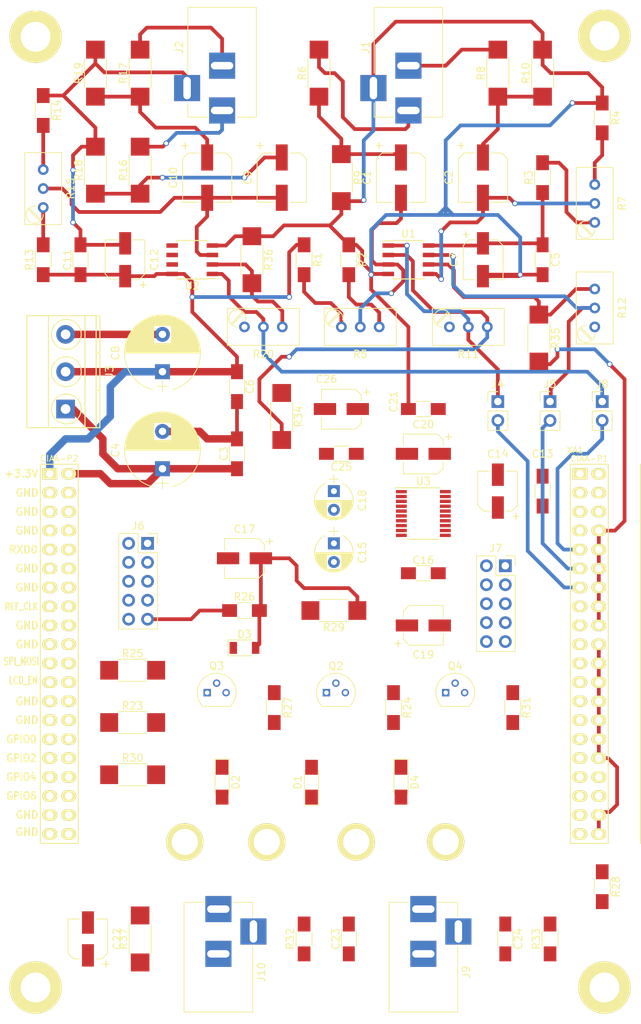
<source format=kicad_pcb>
(kicad_pcb (version 4) (host pcbnew 4.0.7-e2-6376~58~ubuntu16.04.1)
  (layers (0 F.Cu signal) (31 B.Cu signal) (34 B.Paste user) (35 F.Paste user) (36 B.SilkS user) (37 F.SilkS user) (38 B.Mask user) (39 F.Mask user) (44 Edge.Cuts user))
  (net 0 "")
  (net 1 +5V)
  (net 2 "Net-(C1-Pad1)")
  (net 3 /OFFSETLCHS)
  (net 4 "Net-(C2-Pad1)")
  (net 5 /OFFSETRCHS)
  (net 6 GND)
  (net 7 +3V3)
  (net 8 GNDA)
  (net 9 "Net-(C9-Pad1)")
  (net 10 /OFFSETCHM)
  (net 11 "Net-(C10-Pad1)")
  (net 12 /AUDIO_LDOO)
  (net 13 "Net-(C15-Pad1)")
  (net 14 /MUTE)
  (net 15 "Net-(C18-Pad1)")
  (net 16 "Net-(C18-Pad2)")
  (net 17 /OUTDAC)
  (net 18 "Net-(C22-Pad2)")
  (net 19 "Net-(C23-Pad1)")
  (net 20 "Net-(C24-Pad1)")
  (net 21 "Net-(D1-Pad1)")
  (net 22 "Net-(D1-Pad2)")
  (net 23 "Net-(D2-Pad1)")
  (net 24 "Net-(D2-Pad2)")
  (net 25 /AUDIO_MUTE)
  (net 26 "Net-(D4-Pad1)")
  (net 27 "Net-(D4-Pad2)")
  (net 28 /INLCHS)
  (net 29 /INRCHS)
  (net 30 /INLCHM)
  (net 31 /INRCHM)
  (net 32 "Net-(J4-Pad1)")
  (net 33 /CH1ADC)
  (net 34 "Net-(J5-Pad1)")
  (net 35 /CH2ADC)
  (net 36 /CS)
  (net 37 /SPI_MISO)
  (net 38 /GPIO0)
  (net 39 /SPI_MOSI)
  (net 40 /GPIO2)
  (net 41 /SPI_SCK)
  (net 42 /GPIO3)
  (net 43 /rs232RXD)
  (net 44 /I2CSCL)
  (net 45 /rs232TXD)
  (net 46 /I2CSDA)
  (net 47 "Net-(J8-Pad1)")
  (net 48 /CH3ADC)
  (net 49 "Net-(Q2-Pad1)")
  (net 50 "Net-(Q3-Pad1)")
  (net 51 "Net-(Q4-Pad1)")
  (net 52 "Net-(R1-Pad2)")
  (net 53 "Net-(R2-Pad2)")
  (net 54 "Net-(R3-Pad2)")
  (net 55 "Net-(R4-Pad2)")
  (net 56 "Net-(R11-Pad1)")
  (net 57 "Net-(R12-Pad1)")
  (net 58 "Net-(R13-Pad2)")
  (net 59 "Net-(R14-Pad2)")
  (net 60 "Net-(R20-Pad1)")
  (net 61 /L4)
  (net 62 /L5)
  (net 63 /L6)
  (net 64 /OUTR)
  (net 65 /OUTL)
  (net 66 /BCK)
  (net 67 /DIN)
  (net 68 /LRCK)
  (net 69 "Net-(XA1-Pad1)")
  (net 70 "Net-(XA1-Pad2)")
  (net 71 "Net-(XA1-Pad4)")
  (net 72 "Net-(XA1-Pad6)")
  (net 73 "Net-(XA1-Pad17)")
  (net 74 "Net-(XA1-Pad27)")
  (net 75 "Net-(XA1-Pad29)")
  (net 76 "Net-(XA1-Pad31)")
  (net 77 "Net-(XA1-Pad33)")
  (net 78 "Net-(XA1-Pad34)")
  (net 79 "Net-(XA1-Pad36)")
  (net 80 "Net-(XA1-Pad35)")
  (net 81 "Net-(XA1-Pad37)")
  (net 82 "Net-(XA1-Pad3)")
  (net 83 "Net-(XA1-Pad5)")
  (net 84 "Net-(XA1-Pad7)")
  (net 85 "Net-(XA1-Pad39)")
  (net 86 "Net-(XA1-Pad48)")
  (net 87 "Net-(XA1-Pad49)")
  (net 88 "Net-(XA1-Pad50)")
  (net 89 "Net-(XA1-Pad52)")
  (net 90 "Net-(XA1-Pad54)")
  (net 91 "Net-(XA1-Pad56)")
  (net 92 "Net-(XA1-Pad62)")
  (net 93 "Net-(XA1-Pad63)")
  (net 94 "Net-(XA1-Pad64)")
  (net 95 "Net-(XA1-Pad66)")
  (net 96 "Net-(XA1-Pad68)")
  (net 97 "Net-(XA1-Pad70)")
  (net 98 "Net-(R11-Pad3)")
  (net 99 "Net-(R12-Pad3)")
  (net 100 "Net-(R20-Pad3)")
  (net 101 "Net-(XA1-Pad78)")
  (module Poncho_Esqueleto:Conn_Poncho_Completo (layer F.Cu) (at 143.001761 93.671721)
    (fp_text reference XA1 (at -0.635 -3.175) (layer F.SilkS) (effects (font (size 0.8 0.8) (thickness 0.12))))
    (fp_text value Conn_Poncho2P_2x_20x2 hide)
    (fp_text user GND (at -74.168 48.006) (layer F.SilkS) (effects (font (thickness 0.2))))
    (fp_text user GND (at -74.168 45.72) (layer F.SilkS) (effects (font (thickness 0.2))))
    (fp_text user GPIO6 (at -74.93 43.18) (layer F.SilkS) (effects (font (size 1 0.9) (thickness 0.2))))
    (fp_text user GPIO4 (at -74.93 40.64) (layer F.SilkS) (effects (font (size 1 0.9) (thickness 0.2))))
    (fp_text user GPIO2 (at -74.93 38.1) (layer F.SilkS) (effects (font (size 1 0.9) (thickness 0.2))))
    (fp_text user GPIO0 (at -74.93 35.56) (layer F.SilkS) (effects (font (size 1 0.9) (thickness 0.2))))
    (fp_text user GND (at -74.168 33.02) (layer F.SilkS) (effects (font (thickness 0.2))))
    (fp_text user GND (at -74.168 30.48) (layer F.SilkS) (effects (font (thickness 0.2))))
    (fp_text user LCD_EN (at -74.676 27.686) (layer F.SilkS) (effects (font (size 1 0.7) (thickness 0.17))))
    (fp_text user SPI_MOSI (at -74.93 25.146) (layer F.SilkS) (effects (font (size 1 0.7) (thickness 0.17))))
    (fp_text user GND (at -74.168 22.86) (layer F.SilkS) (effects (font (thickness 0.2))))
    (fp_text user GND (at -74.168 20.32) (layer F.SilkS) (effects (font (thickness 0.2))))
    (fp_text user REF_CLK (at -74.93 17.78) (layer F.SilkS) (effects (font (size 0.9 0.7) (thickness 0.175))))
    (fp_text user GND (at -74.168 15.24) (layer F.SilkS) (effects (font (thickness 0.2))))
    (fp_text user GND (at -74.168 12.7) (layer F.SilkS) (effects (font (thickness 0.2))))
    (fp_text user GND (at -74.168 7.62) (layer F.SilkS) (effects (font (thickness 0.2))))
    (fp_text user RXD0 (at -74.676 10.16) (layer F.SilkS) (effects (font (thickness 0.2))))
    (fp_text user GND (at -74.168 5.08) (layer F.SilkS) (effects (font (thickness 0.2))))
    (fp_text user GND (at -74.168 2.54) (layer F.SilkS) (effects (font (thickness 0.2))))
    (fp_text user +3.3V (at -74.93 0) (layer F.SilkS) (effects (font (thickness 0.2))))
    (fp_text user CIAA-P2 (at -69.85 -2.032) (layer F.SilkS) (effects (font (size 0.8 0.8) (thickness 0.12))))
    (fp_text user CIAA-P1 (at 1.27 -2.032) (layer F.SilkS) (effects (font (size 0.8 0.8) (thickness 0.12))))
    (pad 1 thru_hole rect (at 0 0 270) (size 1.524 2) (drill 1.016) (layers *.Cu *.Mask F.SilkS) (net 69 "Net-(XA1-Pad1)"))
    (pad 2 thru_hole oval (at 2.54 0 270) (size 1.524 2) (drill 1.016) (layers *.Cu *.Mask F.SilkS) (net 70 "Net-(XA1-Pad2)"))
    (pad 11 thru_hole oval (at 0 12.7 270) (size 1.524 2) (drill 1.016) (layers *.Cu *.Mask F.SilkS) (net 35 /CH2ADC))
    (pad 4 thru_hole oval (at 2.54 2.54 270) (size 1.524 2) (drill 1.016) (layers *.Cu *.Mask F.SilkS) (net 71 "Net-(XA1-Pad4)"))
    (pad 13 thru_hole oval (at 0 15.24 270) (size 1.524 2) (drill 1.016) (layers *.Cu *.Mask F.SilkS) (net 33 /CH1ADC))
    (pad 6 thru_hole oval (at 2.54 5.08 270) (size 1.524 2) (drill 1.016) (layers *.Cu *.Mask F.SilkS) (net 72 "Net-(XA1-Pad6)"))
    (pad 15 thru_hole oval (at 0 17.78 270) (size 1.524 2) (drill 1.016) (layers *.Cu *.Mask F.SilkS) (net 17 /OUTDAC))
    (pad 8 thru_hole oval (at 2.54 7.62 270) (size 1.524 2) (drill 1.016) (layers *.Cu *.Mask F.SilkS) (net 8 GNDA))
    (pad 17 thru_hole oval (at 0 20.32 270) (size 1.524 2) (drill 1.016) (layers *.Cu *.Mask F.SilkS) (net 73 "Net-(XA1-Pad17)"))
    (pad 10 thru_hole oval (at 2.54 10.16 270) (size 1.524 2) (drill 1.016) (layers *.Cu *.Mask F.SilkS) (net 8 GNDA))
    (pad 19 thru_hole oval (at 0 22.86 270) (size 1.524 2) (drill 1.016) (layers *.Cu *.Mask F.SilkS) (net 46 /I2CSDA))
    (pad 12 thru_hole oval (at 2.54 12.7 270) (size 1.524 2) (drill 1.016) (layers *.Cu *.Mask F.SilkS) (net 8 GNDA))
    (pad 21 thru_hole oval (at 0 25.4 270) (size 1.524 2) (drill 1.016) (layers *.Cu *.Mask F.SilkS) (net 44 /I2CSCL))
    (pad 14 thru_hole oval (at 2.54 15.24 270) (size 1.524 2) (drill 1.016) (layers *.Cu *.Mask F.SilkS) (net 8 GNDA))
    (pad 23 thru_hole oval (at 0 27.94 270) (size 1.524 2) (drill 1.016) (layers *.Cu *.Mask F.SilkS) (net 43 /rs232RXD))
    (pad 16 thru_hole oval (at 2.54 17.78 270) (size 1.524 2) (drill 1.016) (layers *.Cu *.Mask F.SilkS) (net 8 GNDA))
    (pad 25 thru_hole oval (at 0 30.48 270) (size 1.524 2) (drill 1.016) (layers *.Cu *.Mask F.SilkS) (net 45 /rs232TXD))
    (pad 18 thru_hole oval (at 2.54 20.32 270) (size 1.524 2) (drill 1.016) (layers *.Cu *.Mask F.SilkS) (net 8 GNDA))
    (pad 27 thru_hole oval (at 0 33.02 270) (size 1.524 2) (drill 1.016) (layers *.Cu *.Mask F.SilkS) (net 74 "Net-(XA1-Pad27)"))
    (pad 20 thru_hole oval (at 2.54 22.86 270) (size 1.524 2) (drill 1.016) (layers *.Cu *.Mask F.SilkS) (net 6 GND))
    (pad 29 thru_hole oval (at 0 35.56 270) (size 1.524 2) (drill 1.016) (layers *.Cu *.Mask F.SilkS) (net 75 "Net-(XA1-Pad29)"))
    (pad 22 thru_hole oval (at 2.54 25.4 270) (size 1.524 2) (drill 1.016) (layers *.Cu *.Mask F.SilkS) (net 6 GND))
    (pad 31 thru_hole oval (at 0 38.1 270) (size 1.524 2) (drill 1.016) (layers *.Cu *.Mask F.SilkS) (net 76 "Net-(XA1-Pad31)"))
    (pad 24 thru_hole oval (at 2.54 27.94 270) (size 1.524 2) (drill 1.016) (layers *.Cu *.Mask F.SilkS) (net 6 GND))
    (pad 26 thru_hole oval (at 2.54 30.48 270) (size 1.524 2) (drill 1.016) (layers *.Cu *.Mask F.SilkS) (net 6 GND))
    (pad 33 thru_hole oval (at 0 40.64 270) (size 1.524 2) (drill 1.016) (layers *.Cu *.Mask F.SilkS) (net 77 "Net-(XA1-Pad33)"))
    (pad 28 thru_hole oval (at 2.54 33.02 270) (size 1.524 2) (drill 1.016) (layers *.Cu *.Mask F.SilkS) (net 6 GND))
    (pad 32 thru_hole oval (at 2.54 38.1 270) (size 1.524 2) (drill 1.016) (layers *.Cu *.Mask F.SilkS) (net 6 GND))
    (pad 34 thru_hole oval (at 2.54 40.64 270) (size 1.524 2) (drill 1.016) (layers *.Cu *.Mask F.SilkS) (net 78 "Net-(XA1-Pad34)"))
    (pad 36 thru_hole oval (at 2.54 43.18 270) (size 1.524 2) (drill 1.016) (layers *.Cu *.Mask F.SilkS) (net 79 "Net-(XA1-Pad36)"))
    (pad 38 thru_hole oval (at 2.54 45.72 270) (size 1.524 2) (drill 1.016) (layers *.Cu *.Mask F.SilkS) (net 6 GND))
    (pad 35 thru_hole oval (at 0 43.18 270) (size 1.524 2) (drill 1.016) (layers *.Cu *.Mask F.SilkS) (net 80 "Net-(XA1-Pad35)"))
    (pad 37 thru_hole oval (at 0 45.72 270) (size 1.524 2) (drill 1.016) (layers *.Cu *.Mask F.SilkS) (net 81 "Net-(XA1-Pad37)"))
    (pad 3 thru_hole oval (at 0 2.54 270) (size 1.524 2) (drill 1.016) (layers *.Cu *.Mask F.SilkS) (net 82 "Net-(XA1-Pad3)"))
    (pad 5 thru_hole oval (at 0 5.08 270) (size 1.524 2) (drill 1.016) (layers *.Cu *.Mask F.SilkS) (net 83 "Net-(XA1-Pad5)"))
    (pad 7 thru_hole oval (at 0 7.62 270) (size 1.524 2) (drill 1.016) (layers *.Cu *.Mask F.SilkS) (net 84 "Net-(XA1-Pad7)"))
    (pad 9 thru_hole oval (at 0 10.16 270) (size 1.524 2) (drill 1.016) (layers *.Cu *.Mask F.SilkS) (net 48 /CH3ADC))
    (pad 39 thru_hole oval (at 0 48.26 270) (size 1.524 2) (drill 1.016) (layers *.Cu *.Mask F.SilkS) (net 85 "Net-(XA1-Pad39)"))
    (pad 40 thru_hole oval (at 2.54 48.26 270) (size 1.524 2) (drill 1.016) (layers *.Cu *.Mask F.SilkS) (net 6 GND))
    (pad 30 thru_hole oval (at 2.54 35.56 270) (size 1.524 2) (drill 1.016) (layers *.Cu *.Mask F.SilkS) (net 6 GND))
    (pad 41 thru_hole rect (at -71.12 0 270) (size 1.524 2) (drill 1.016) (layers *.Cu *.Mask F.SilkS) (net 7 +3V3))
    (pad 42 thru_hole oval (at -68.58 0 270) (size 1.524 2) (drill 1.016) (layers *.Cu *.Mask F.SilkS) (net 1 +5V))
    (pad 43 thru_hole oval (at -71.12 2.54 270) (size 1.524 2) (drill 1.016) (layers *.Cu *.Mask F.SilkS) (net 6 GND))
    (pad 44 thru_hole oval (at -68.58 2.54 270) (size 1.524 2) (drill 1.016) (layers *.Cu *.Mask F.SilkS) (net 68 /LRCK))
    (pad 45 thru_hole oval (at -71.12 5.08 270) (size 1.524 2) (drill 1.016) (layers *.Cu *.Mask F.SilkS) (net 6 GND))
    (pad 46 thru_hole oval (at -68.58 5.08 270) (size 1.524 2) (drill 1.016) (layers *.Cu *.Mask F.SilkS) (net 67 /DIN))
    (pad 47 thru_hole oval (at -71.12 7.62 270) (size 1.524 2) (drill 1.016) (layers *.Cu *.Mask F.SilkS) (net 6 GND))
    (pad 48 thru_hole oval (at -68.58 7.62 270) (size 1.524 2) (drill 1.016) (layers *.Cu *.Mask F.SilkS) (net 86 "Net-(XA1-Pad48)"))
    (pad 49 thru_hole oval (at -71.12 10.16 270) (size 1.524 2) (drill 1.016) (layers *.Cu *.Mask F.SilkS) (net 87 "Net-(XA1-Pad49)"))
    (pad 50 thru_hole oval (at -68.58 10.16 270) (size 1.524 2) (drill 1.016) (layers *.Cu *.Mask F.SilkS) (net 88 "Net-(XA1-Pad50)"))
    (pad 51 thru_hole oval (at -71.12 12.7 270) (size 1.524 2) (drill 1.016) (layers *.Cu *.Mask F.SilkS) (net 6 GND))
    (pad 52 thru_hole oval (at -68.58 12.7 270) (size 1.524 2) (drill 1.016) (layers *.Cu *.Mask F.SilkS) (net 89 "Net-(XA1-Pad52)"))
    (pad 53 thru_hole oval (at -71.12 15.24 270) (size 1.524 2) (drill 1.016) (layers *.Cu *.Mask F.SilkS) (net 6 GND))
    (pad 54 thru_hole oval (at -68.58 15.24 270) (size 1.524 2) (drill 1.016) (layers *.Cu *.Mask F.SilkS) (net 90 "Net-(XA1-Pad54)"))
    (pad 55 thru_hole oval (at -71.12 17.78 270) (size 1.524 2) (drill 1.016) (layers *.Cu *.Mask F.SilkS) (net 66 /BCK))
    (pad 56 thru_hole oval (at -68.58 17.78 270) (size 1.524 2) (drill 1.016) (layers *.Cu *.Mask F.SilkS) (net 91 "Net-(XA1-Pad56)"))
    (pad 57 thru_hole oval (at -71.12 20.32 270) (size 1.524 2) (drill 1.016) (layers *.Cu *.Mask F.SilkS) (net 6 GND))
    (pad 58 thru_hole oval (at -68.58 20.32 270) (size 1.524 2) (drill 1.016) (layers *.Cu *.Mask F.SilkS) (net 37 /SPI_MISO))
    (pad 59 thru_hole oval (at -71.12 22.86 270) (size 1.524 2) (drill 1.016) (layers *.Cu *.Mask F.SilkS) (net 6 GND))
    (pad 60 thru_hole oval (at -68.58 22.86 270) (size 1.524 2) (drill 1.016) (layers *.Cu *.Mask F.SilkS) (net 41 /SPI_SCK))
    (pad 61 thru_hole oval (at -71.12 25.4 270) (size 1.524 2) (drill 1.016) (layers *.Cu *.Mask F.SilkS) (net 39 /SPI_MOSI))
    (pad 62 thru_hole oval (at -68.58 25.4 270) (size 1.524 2) (drill 1.016) (layers *.Cu *.Mask F.SilkS) (net 92 "Net-(XA1-Pad62)"))
    (pad 63 thru_hole oval (at -71.12 27.94 270) (size 1.524 2) (drill 1.016) (layers *.Cu *.Mask F.SilkS) (net 93 "Net-(XA1-Pad63)"))
    (pad 64 thru_hole oval (at -68.58 27.94 270) (size 1.524 2) (drill 1.016) (layers *.Cu *.Mask F.SilkS) (net 94 "Net-(XA1-Pad64)"))
    (pad 65 thru_hole oval (at -71.12 30.48 270) (size 1.524 2) (drill 1.016) (layers *.Cu *.Mask F.SilkS) (net 6 GND))
    (pad 66 thru_hole oval (at -68.58 30.48 270) (size 1.524 2) (drill 1.016) (layers *.Cu *.Mask F.SilkS) (net 95 "Net-(XA1-Pad66)"))
    (pad 67 thru_hole oval (at -71.12 33.02 270) (size 1.524 2) (drill 1.016) (layers *.Cu *.Mask F.SilkS) (net 6 GND))
    (pad 68 thru_hole oval (at -68.58 33.02 270) (size 1.524 2) (drill 1.016) (layers *.Cu *.Mask F.SilkS) (net 96 "Net-(XA1-Pad68)"))
    (pad 69 thru_hole oval (at -71.12 35.56 270) (size 1.524 2) (drill 1.016) (layers *.Cu *.Mask F.SilkS) (net 38 /GPIO0))
    (pad 70 thru_hole oval (at -68.58 35.56 270) (size 1.524 2) (drill 1.016) (layers *.Cu *.Mask F.SilkS) (net 97 "Net-(XA1-Pad70)"))
    (pad 71 thru_hole oval (at -71.12 38.1 270) (size 1.524 2) (drill 1.016) (layers *.Cu *.Mask F.SilkS) (net 40 /GPIO2))
    (pad 72 thru_hole oval (at -68.58 38.1 270) (size 1.524 2) (drill 1.016) (layers *.Cu *.Mask F.SilkS) (net 36 /CS))
    (pad 73 thru_hole oval (at -71.12 40.64 270) (size 1.524 2) (drill 1.016) (layers *.Cu *.Mask F.SilkS) (net 61 /L4))
    (pad 74 thru_hole oval (at -68.58 40.64 270) (size 1.524 2) (drill 1.016) (layers *.Cu *.Mask F.SilkS) (net 42 /GPIO3))
    (pad 75 thru_hole oval (at -71.12 43.18 270) (size 1.524 2) (drill 1.016) (layers *.Cu *.Mask F.SilkS) (net 63 /L6))
    (pad 76 thru_hole oval (at -68.58 43.18 270) (size 1.524 2) (drill 1.016) (layers *.Cu *.Mask F.SilkS) (net 62 /L5))
    (pad 77 thru_hole oval (at -71.12 45.72 270) (size 1.524 2) (drill 1.016) (layers *.Cu *.Mask F.SilkS) (net 6 GND))
    (pad 78 thru_hole oval (at -68.58 45.72 270) (size 1.524 2) (drill 1.016) (layers *.Cu *.Mask F.SilkS) (net 101 "Net-(XA1-Pad78)"))
    (pad 79 thru_hole oval (at -71.12 48.26 270) (size 1.524 2) (drill 1.016) (layers *.Cu *.Mask F.SilkS) (net 6 GND))
    (pad 80 thru_hole oval (at -68.58 48.26 270) (size 1.524 2) (drill 1.016) (layers *.Cu *.Mask F.SilkS) (net 25 /AUDIO_MUTE))
    (pad ~ thru_hole circle (at -73.025 68.834) (size 7 7) (drill 4) (layers *.Cu *.Mask F.SilkS))
    (pad ~ thru_hole circle (at 3.302 68.834) (size 7 7) (drill 4) (layers *.Cu *.Mask F.SilkS))
    (pad ~ thru_hole circle (at -73.025 -58.547) (size 7 7) (drill 4) (layers *.Cu *.Mask F.SilkS))
    (pad ~ thru_hole circle (at 3.302 -58.674) (size 7 7) (drill 4) (layers *.Cu *.Mask F.SilkS))
  )
  (module Capacitors_SMD:CP_Elec_6.3x5.3 (layer F.Cu) (at 119 54 270)
    (fp_text reference C1 (at 0 4.56 270) (layer F.SilkS))
    (fp_text value 100uF)
    (fp_text user + (at -4.28 3.01 270) (layer F.SilkS))
    (pad 1 smd rect (at -2.7 0 90) (size 3.5 1.6) (layers F.Cu F.Paste F.Mask) (net 2 "Net-(C1-Pad1)"))
    (pad 2 smd rect (at 2.7 0 90) (size 3.5 1.6) (layers F.Cu F.Paste F.Mask) (net 3 /OFFSETLCHS))
  )
  (module Capacitors_SMD:CP_Elec_6.3x5.3 (layer F.Cu) (at 130 54 270)
    (fp_text reference C2 (at 0 4.56 270) (layer F.SilkS))
    (fp_text value 100uF)
    (fp_text user + (at -4.28 3.01 270) (layer F.SilkS))
    (pad 1 smd rect (at -2.7 0 90) (size 3.5 1.6) (layers F.Cu F.Paste F.Mask) (net 4 "Net-(C2-Pad1)"))
    (pad 2 smd rect (at 2.7 0 90) (size 3.5 1.6) (layers F.Cu F.Paste F.Mask) (net 5 /OFFSETRCHS))
  )
  (module Capacitors_SMD:C_1206_HandSoldering (layer F.Cu) (at 97 91 90)
    (fp_text reference C3 (at 0 -1.75 90) (layer F.SilkS))
    (fp_text value 0.1uF)
    (pad 1 smd rect (at -2 0 90) (size 2 1.6) (layers F.Cu F.Paste F.Mask) (net 1 +5V))
    (pad 2 smd rect (at 2 0 90) (size 2 1.6) (layers F.Cu F.Paste F.Mask) (net 6 GND))
  )
  (module Capacitors_THT:CP_Radial_D10.0mm_P5.00mm (layer F.Cu) (at 87 93 90)
    (fp_text reference C4 (at 2.5 -6.31 90) (layer F.SilkS))
    (fp_text value 470uF)
    (pad 1 thru_hole rect (at 0 0 90) (size 2 2) (drill 1) (layers *.Cu *.Mask) (net 1 +5V))
    (pad 2 thru_hole circle (at 5 0 90) (size 2 2) (drill 1) (layers *.Cu *.Mask) (net 6 GND))
  )
  (module Capacitors_SMD:C_1206_HandSoldering (layer F.Cu) (at 138 65 270)
    (fp_text reference C5 (at 0 -1.75 270) (layer F.SilkS))
    (fp_text value 0.1Uf)
    (pad 1 smd rect (at -2 0 270) (size 2 1.6) (layers F.Cu F.Paste F.Mask) (net 7 +3V3))
    (pad 2 smd rect (at 2 0 270) (size 2 1.6) (layers F.Cu F.Paste F.Mask) (net 8 GNDA))
  )
  (module Capacitors_SMD:C_1206_HandSoldering (layer F.Cu) (at 97 82 270)
    (fp_text reference C6 (at 0 -1.75 270) (layer F.SilkS))
    (fp_text value 0.1uF)
    (pad 1 smd rect (at -2 0 270) (size 2 1.6) (layers F.Cu F.Paste F.Mask) (net 7 +3V3))
    (pad 2 smd rect (at 2 0 270) (size 2 1.6) (layers F.Cu F.Paste F.Mask) (net 6 GND))
  )
  (module Capacitors_SMD:CP_Elec_5x5.3 (layer F.Cu) (at 130 65 270)
    (fp_text reference C7 (at 0 3.92 270) (layer F.SilkS))
    (fp_text value 10uF)
    (fp_text user + (at -3.38 2.34 270) (layer F.SilkS))
    (pad 1 smd rect (at -2.2 0 90) (size 3 1.6) (layers F.Cu F.Paste F.Mask) (net 7 +3V3))
    (pad 2 smd rect (at 2.2 0 90) (size 3 1.6) (layers F.Cu F.Paste F.Mask) (net 8 GNDA))
  )
  (module Capacitors_THT:CP_Radial_D10.0mm_P5.00mm (layer F.Cu) (at 87 80 90)
    (fp_text reference C8 (at 2.5 -6.31 90) (layer F.SilkS))
    (fp_text value 470uF)
    (pad 1 thru_hole rect (at 0 0 90) (size 2 2) (drill 1) (layers *.Cu *.Mask) (net 7 +3V3))
    (pad 2 thru_hole circle (at 5 0 90) (size 2 2) (drill 1) (layers *.Cu *.Mask) (net 6 GND))
  )
  (module Capacitors_SMD:CP_Elec_6.3x5.3 (layer F.Cu) (at 103 54 270)
    (fp_text reference C9 (at 0 4.56 270) (layer F.SilkS))
    (fp_text value 100uF)
    (fp_text user + (at -4.28 3.01 270) (layer F.SilkS))
    (pad 1 smd rect (at -2.7 0 90) (size 3.5 1.6) (layers F.Cu F.Paste F.Mask) (net 9 "Net-(C9-Pad1)"))
    (pad 2 smd rect (at 2.7 0 90) (size 3.5 1.6) (layers F.Cu F.Paste F.Mask) (net 10 /OFFSETCHM))
  )
  (module Capacitors_SMD:CP_Elec_6.3x5.3 (layer F.Cu) (at 93 54 270)
    (fp_text reference C10 (at 0 4.56 270) (layer F.SilkS))
    (fp_text value 100uF)
    (fp_text user + (at -4.28 3.01 270) (layer F.SilkS))
    (pad 1 smd rect (at -2.7 0 90) (size 3.5 1.6) (layers F.Cu F.Paste F.Mask) (net 11 "Net-(C10-Pad1)"))
    (pad 2 smd rect (at 2.7 0 90) (size 3.5 1.6) (layers F.Cu F.Paste F.Mask) (net 10 /OFFSETCHM))
  )
  (module Capacitors_SMD:C_1206_HandSoldering (layer F.Cu) (at 76 65 90)
    (fp_text reference C11 (at 0 -1.75 90) (layer F.SilkS))
    (fp_text value 0.1uF)
    (pad 1 smd rect (at -2 0 90) (size 2 1.6) (layers F.Cu F.Paste F.Mask) (net 7 +3V3))
    (pad 2 smd rect (at 2 0 90) (size 2 1.6) (layers F.Cu F.Paste F.Mask) (net 8 GNDA))
  )
  (module Capacitors_SMD:CP_Elec_5x5.3 (layer F.Cu) (at 82 65 90)
    (fp_text reference C12 (at 0 3.92 90) (layer F.SilkS))
    (fp_text value 10uF)
    (fp_text user + (at -3.38 2.34 90) (layer F.SilkS))
    (pad 1 smd rect (at -2.2 0 270) (size 3 1.6) (layers F.Cu F.Paste F.Mask) (net 7 +3V3))
    (pad 2 smd rect (at 2.2 0 270) (size 3 1.6) (layers F.Cu F.Paste F.Mask) (net 8 GNDA))
  )
  (module Capacitors_SMD:C_1206_HandSoldering (layer F.Cu) (at 138 96 90)
    (fp_text reference C13 (at 5 0 180) (layer F.SilkS))
    (fp_text value 0.1uF)
    (pad 1 smd rect (at -2 0 90) (size 2 1.6) (layers F.Cu F.Paste F.Mask) (net 12 /AUDIO_LDOO))
    (pad 2 smd rect (at 2 0 90) (size 2 1.6) (layers F.Cu F.Paste F.Mask) (net 6 GND))
  )
  (module Capacitors_SMD:CP_Elec_5x5.3 (layer F.Cu) (at 132 96 90)
    (fp_text reference C14 (at 5 0 360) (layer F.SilkS))
    (fp_text value 10uF)
    (fp_text user + (at -3.38 2.34 90) (layer F.SilkS))
    (pad 1 smd rect (at -2.2 0 270) (size 3 1.6) (layers F.Cu F.Paste F.Mask) (net 12 /AUDIO_LDOO))
    (pad 2 smd rect (at 2.2 0 270) (size 3 1.6) (layers F.Cu F.Paste F.Mask) (net 6 GND))
  )
  (module Capacitors_THT:CP_Radial_D5.0mm_P2.50mm (layer F.Cu) (at 110 103 270)
    (fp_text reference C15 (at 1.25 -3.81 270) (layer F.SilkS))
    (fp_text value 2.2UF)
    (pad 1 thru_hole rect (at 0 0 270) (size 1.6 1.6) (drill 0.8) (layers *.Cu *.Mask) (net 13 "Net-(C15-Pad1)"))
    (pad 2 thru_hole circle (at 2.5 0 270) (size 1.6 1.6) (drill 0.8) (layers *.Cu *.Mask) (net 8 GNDA))
  )
  (module Capacitors_SMD:C_1206_HandSoldering (layer F.Cu) (at 122 107)
    (fp_text reference C16 (at 0 -1.75) (layer F.SilkS))
    (fp_text value 0.1uF)
    (pad 1 smd rect (at -2 0) (size 2 1.6) (layers F.Cu F.Paste F.Mask) (net 7 +3V3))
    (pad 2 smd rect (at 2 0) (size 2 1.6) (layers F.Cu F.Paste F.Mask) (net 6 GND))
  )
  (module Capacitors_SMD:CP_Elec_5x5.3 (layer F.Cu) (at 98 105 180)
    (fp_text reference C17 (at 0 3.92 180) (layer F.SilkS))
    (fp_text value 10uF)
    (fp_text user + (at -3.38 2.34 180) (layer F.SilkS))
    (pad 1 smd rect (at -2.2 0) (size 3 1.6) (layers F.Cu F.Paste F.Mask) (net 14 /MUTE))
    (pad 2 smd rect (at 2.2 0) (size 3 1.6) (layers F.Cu F.Paste F.Mask) (net 6 GND))
  )
  (module Capacitors_THT:CP_Radial_D5.0mm_P2.50mm (layer F.Cu) (at 110 96 270)
    (fp_text reference C18 (at 1.25 -3.81 270) (layer F.SilkS))
    (fp_text value 2.2uF)
    (pad 1 thru_hole rect (at 0 0 270) (size 1.6 1.6) (drill 0.8) (layers *.Cu *.Mask) (net 15 "Net-(C18-Pad1)"))
    (pad 2 thru_hole circle (at 2.5 0 270) (size 1.6 1.6) (drill 0.8) (layers *.Cu *.Mask) (net 16 "Net-(C18-Pad2)"))
  )
  (module Capacitors_SMD:CP_Elec_5x5.3 (layer F.Cu) (at 122 114)
    (fp_text reference C19 (at 0 3.92) (layer F.SilkS))
    (fp_text value 10uF)
    (fp_text user + (at -3.38 2.34) (layer F.SilkS))
    (pad 1 smd rect (at -2.2 0 180) (size 3 1.6) (layers F.Cu F.Paste F.Mask) (net 7 +3V3))
    (pad 2 smd rect (at 2.2 0 180) (size 3 1.6) (layers F.Cu F.Paste F.Mask) (net 6 GND))
  )
  (module Capacitors_SMD:CP_Elec_5x5.3 (layer F.Cu) (at 122 91 180)
    (fp_text reference C20 (at 0 3.92 180) (layer F.SilkS))
    (fp_text value 10uF)
    (fp_text user + (at -3.38 2.34 180) (layer F.SilkS))
    (pad 1 smd rect (at -2.2 0) (size 3 1.6) (layers F.Cu F.Paste F.Mask) (net 7 +3V3))
    (pad 2 smd rect (at 2.2 0) (size 3 1.6) (layers F.Cu F.Paste F.Mask) (net 8 GNDA))
  )
  (module Capacitors_SMD:C_1206_HandSoldering (layer F.Cu) (at 122 85 180)
    (fp_text reference C21 (at 4 1 270) (layer F.SilkS))
    (fp_text value 0.1uF)
    (pad 1 smd rect (at -2 0 180) (size 2 1.6) (layers F.Cu F.Paste F.Mask) (net 7 +3V3))
    (pad 2 smd rect (at 2 0 180) (size 2 1.6) (layers F.Cu F.Paste F.Mask) (net 8 GNDA))
  )
  (module Capacitors_SMD:CP_Elec_5x5.3 (layer F.Cu) (at 77 156 90)
    (fp_text reference C22 (at 0 3.92 90) (layer F.SilkS))
    (fp_text value 10uF)
    (fp_text user + (at -3.38 2.34 90) (layer F.SilkS))
    (pad 1 smd rect (at -2.2 0 270) (size 3 1.6) (layers F.Cu F.Paste F.Mask) (net 17 /OUTDAC))
    (pad 2 smd rect (at 2.2 0 270) (size 3 1.6) (layers F.Cu F.Paste F.Mask) (net 18 "Net-(C22-Pad2)"))
  )
  (module Capacitors_SMD:C_1206_HandSoldering (layer F.Cu) (at 112 156 90)
    (fp_text reference C23 (at 0 -1.75 90) (layer F.SilkS))
    (fp_text value 2.2nF)
    (pad 1 smd rect (at -2 0 90) (size 2 1.6) (layers F.Cu F.Paste F.Mask) (net 19 "Net-(C23-Pad1)"))
    (pad 2 smd rect (at 2 0 90) (size 2 1.6) (layers F.Cu F.Paste F.Mask) (net 6 GND))
  )
  (module Capacitors_SMD:C_1206_HandSoldering (layer F.Cu) (at 133 156 270)
    (fp_text reference C24 (at 0 -1.75 270) (layer F.SilkS))
    (fp_text value 2.2nF)
    (pad 1 smd rect (at -2 0 270) (size 2 1.6) (layers F.Cu F.Paste F.Mask) (net 20 "Net-(C24-Pad1)"))
    (pad 2 smd rect (at 2 0 270) (size 2 1.6) (layers F.Cu F.Paste F.Mask) (net 8 GNDA))
  )
  (module Capacitors_SMD:C_1206_HandSoldering (layer F.Cu) (at 111 91 180)
    (fp_text reference C25 (at 0 -1.75 180) (layer F.SilkS))
    (fp_text value 0.1uF)
    (pad 1 smd rect (at -2 0 180) (size 2 1.6) (layers F.Cu F.Paste F.Mask) (net 7 +3V3))
    (pad 2 smd rect (at 2 0 180) (size 2 1.6) (layers F.Cu F.Paste F.Mask) (net 8 GNDA))
  )
  (module Capacitors_SMD:CP_Elec_5x5.3 (layer F.Cu) (at 111 85 180)
    (fp_text reference C26 (at 2 4 180) (layer F.SilkS))
    (fp_text value 10uF)
    (fp_text user + (at -3.38 2.34 180) (layer F.SilkS))
    (pad 1 smd rect (at -2.2 0) (size 3 1.6) (layers F.Cu F.Paste F.Mask) (net 7 +3V3))
    (pad 2 smd rect (at 2.2 0) (size 3 1.6) (layers F.Cu F.Paste F.Mask) (net 8 GNDA))
  )
  (module LEDs:LED_1206_HandSoldering (layer F.Cu) (at 107 135 90)
    (fp_text reference D1 (at 0 -1.85 90) (layer F.SilkS))
    (fp_text value LED)
    (pad 1 smd rect (at -2 0 90) (size 2 1.7) (layers F.Cu F.Paste F.Mask) (net 21 "Net-(D1-Pad1)"))
    (pad 2 smd rect (at 2 0 90) (size 2 1.7) (layers F.Cu F.Paste F.Mask) (net 22 "Net-(D1-Pad2)"))
  )
  (module LEDs:LED_1206_HandSoldering (layer F.Cu) (at 95 135 270)
    (fp_text reference D2 (at 0 -1.85 270) (layer F.SilkS))
    (fp_text value LED)
    (pad 1 smd rect (at -2 0 270) (size 2 1.7) (layers F.Cu F.Paste F.Mask) (net 23 "Net-(D2-Pad1)"))
    (pad 2 smd rect (at 2 0 270) (size 2 1.7) (layers F.Cu F.Paste F.Mask) (net 24 "Net-(D2-Pad2)"))
  )
  (module Diodes_SMD:D_1206 (layer F.Cu) (at 98 117)
    (fp_text reference D3 (at 0 -1.8) (layer F.SilkS))
    (fp_text value 1N4148)
    (pad 1 smd rect (at -1.5 0) (size 1 1.6) (layers F.Cu F.Paste F.Mask) (net 25 /AUDIO_MUTE))
    (pad 2 smd rect (at 1.5 0) (size 1 1.6) (layers F.Cu F.Paste F.Mask) (net 14 /MUTE))
  )
  (module LEDs:LED_1206_HandSoldering (layer F.Cu) (at 119 135 270)
    (fp_text reference D4 (at 0 -1.85 270) (layer F.SilkS))
    (fp_text value LED)
    (pad 1 smd rect (at -2 0 270) (size 2 1.7) (layers F.Cu F.Paste F.Mask) (net 26 "Net-(D4-Pad1)"))
    (pad 2 smd rect (at 2 0 270) (size 2 1.7) (layers F.Cu F.Paste F.Mask) (net 27 "Net-(D4-Pad2)"))
  )
  (module Connectors:BARREL_JACK (layer F.Cu) (at 120 45 270)
    (fp_text reference J1 (at -8.45 5.75 450) (layer F.SilkS))
    (fp_text value "INPUT STEREO")
    (pad 1 thru_hole rect (at 0 0 270) (size 3.5 3.5) (drill oval 1 3) (layers *.Cu *.Mask) (net 28 /INLCHS))
    (pad 2 thru_hole rect (at -6 0 270) (size 3.5 3.5) (drill oval 1 3) (layers *.Cu *.Mask) (net 29 /INRCHS))
    (pad 3 thru_hole rect (at -3 4.7 270) (size 3.5 3.5) (drill oval 3 1) (layers *.Cu *.Mask) (net 8 GNDA))
  )
  (module Connectors:BARREL_JACK (layer F.Cu) (at 95 45 270)
    (fp_text reference J2 (at -8.45 5.75 450) (layer F.SilkS))
    (fp_text value "INPUT MONO STEREO")
    (pad 1 thru_hole rect (at 0 0 270) (size 3.5 3.5) (drill oval 1 3) (layers *.Cu *.Mask) (net 30 /INLCHM))
    (pad 2 thru_hole rect (at -6 0 270) (size 3.5 3.5) (drill oval 1 3) (layers *.Cu *.Mask) (net 31 /INRCHM))
    (pad 3 thru_hole rect (at -3 4.7 270) (size 3.5 3.5) (drill oval 3 1) (layers *.Cu *.Mask) (net 8 GNDA))
  )
  (module Pin_Headers:Pin_Header_Straight_1x02_Pitch2.54mm (layer F.Cu) (at 132 84)
    (fp_text reference J4 (at 0 -2.33) (layer F.SilkS))
    (fp_text value JCH1)
    (pad 1 thru_hole rect (at 0 0) (size 1.7 1.7) (drill 1) (layers *.Cu *.Mask) (net 32 "Net-(J4-Pad1)"))
    (pad 2 thru_hole oval (at 0 2.54) (size 1.7 1.7) (drill 1) (layers *.Cu *.Mask) (net 33 /CH1ADC))
  )
  (module Pin_Headers:Pin_Header_Straight_1x02_Pitch2.54mm (layer F.Cu) (at 139 84)
    (fp_text reference J5 (at 0 -2.33) (layer F.SilkS))
    (fp_text value JCH2)
    (pad 1 thru_hole rect (at 0 0) (size 1.7 1.7) (drill 1) (layers *.Cu *.Mask) (net 34 "Net-(J5-Pad1)"))
    (pad 2 thru_hole oval (at 0 2.54) (size 1.7 1.7) (drill 1) (layers *.Cu *.Mask) (net 35 /CH2ADC))
  )
  (module Socket_Strips:Socket_Strip_Straight_2x05_Pitch2.54mm (layer F.Cu) (at 85 103)
    (fp_text reference J6 (at -1.27 -2.33) (layer F.SilkS))
    (fp_text value "SPI & I/0 ")
    (pad 1 thru_hole rect (at 0 0) (size 1.7 1.7) (drill 1) (layers *.Cu *.Mask) (net 36 /CS))
    (pad 2 thru_hole oval (at -2.54 0) (size 1.7 1.7) (drill 1) (layers *.Cu *.Mask) (net 7 +3V3))
    (pad 3 thru_hole oval (at 0 2.54) (size 1.7 1.7) (drill 1) (layers *.Cu *.Mask) (net 37 /SPI_MISO))
    (pad 4 thru_hole oval (at -2.54 2.54) (size 1.7 1.7) (drill 1) (layers *.Cu *.Mask) (net 38 /GPIO0))
    (pad 5 thru_hole oval (at 0 5.08) (size 1.7 1.7) (drill 1) (layers *.Cu *.Mask) (net 39 /SPI_MOSI))
    (pad 6 thru_hole oval (at -2.54 5.08) (size 1.7 1.7) (drill 1) (layers *.Cu *.Mask) (net 40 /GPIO2))
    (pad 7 thru_hole oval (at 0 7.62) (size 1.7 1.7) (drill 1) (layers *.Cu *.Mask) (net 41 /SPI_SCK))
    (pad 8 thru_hole oval (at -2.54 7.62) (size 1.7 1.7) (drill 1) (layers *.Cu *.Mask) (net 42 /GPIO3))
    (pad 9 thru_hole oval (at 0 10.16) (size 1.7 1.7) (drill 1) (layers *.Cu *.Mask) (net 1 +5V))
    (pad 10 thru_hole oval (at -2.54 10.16) (size 1.7 1.7) (drill 1) (layers *.Cu *.Mask) (net 6 GND))
  )
  (module Socket_Strips:Socket_Strip_Straight_2x05_Pitch2.54mm (layer F.Cu) (at 133 106)
    (fp_text reference J7 (at -1.27 -2.33) (layer F.SilkS))
    (fp_text value "I2C & RS232 ")
    (pad 1 thru_hole rect (at 0 0) (size 1.7 1.7) (drill 1) (layers *.Cu *.Mask) (net 1 +5V))
    (pad 2 thru_hole oval (at -2.54 0) (size 1.7 1.7) (drill 1) (layers *.Cu *.Mask) (net 1 +5V))
    (pad 3 thru_hole oval (at 0 2.54) (size 1.7 1.7) (drill 1) (layers *.Cu *.Mask) (net 7 +3V3))
    (pad 4 thru_hole oval (at -2.54 2.54) (size 1.7 1.7) (drill 1) (layers *.Cu *.Mask) (net 7 +3V3))
    (pad 5 thru_hole oval (at 0 5.08) (size 1.7 1.7) (drill 1) (layers *.Cu *.Mask) (net 6 GND))
    (pad 6 thru_hole oval (at -2.54 5.08) (size 1.7 1.7) (drill 1) (layers *.Cu *.Mask) (net 6 GND))
    (pad 7 thru_hole oval (at 0 7.62) (size 1.7 1.7) (drill 1) (layers *.Cu *.Mask) (net 43 /rs232RXD))
    (pad 8 thru_hole oval (at -2.54 7.62) (size 1.7 1.7) (drill 1) (layers *.Cu *.Mask) (net 44 /I2CSCL))
    (pad 9 thru_hole oval (at 0 10.16) (size 1.7 1.7) (drill 1) (layers *.Cu *.Mask) (net 45 /rs232TXD))
    (pad 10 thru_hole oval (at -2.54 10.16) (size 1.7 1.7) (drill 1) (layers *.Cu *.Mask) (net 46 /I2CSDA))
  )
  (module Pin_Headers:Pin_Header_Straight_1x02_Pitch2.54mm (layer F.Cu) (at 146 84)
    (fp_text reference J8 (at 0 -2.33) (layer F.SilkS))
    (fp_text value JCH3)
    (pad 1 thru_hole rect (at 0 0) (size 1.7 1.7) (drill 1) (layers *.Cu *.Mask) (net 47 "Net-(J8-Pad1)"))
    (pad 2 thru_hole oval (at 0 2.54) (size 1.7 1.7) (drill 1) (layers *.Cu *.Mask) (net 48 /CH3ADC))
  )
  (module Connectors:BARREL_JACK (layer F.Cu) (at 122 152 90)
    (fp_text reference J9 (at -8.45 5.75 270) (layer F.SilkS))
    (fp_text value "OUTPUT STEREO")
    (pad 1 thru_hole rect (at 0 0 90) (size 3.5 3.5) (drill oval 1 3) (layers *.Cu *.Mask) (net 20 "Net-(C24-Pad1)"))
    (pad 2 thru_hole rect (at -6 0 90) (size 3.5 3.5) (drill oval 1 3) (layers *.Cu *.Mask) (net 19 "Net-(C23-Pad1)"))
    (pad 3 thru_hole rect (at -3 4.7 90) (size 3.5 3.5) (drill oval 3 1) (layers *.Cu *.Mask) (net 8 GNDA))
  )
  (module Connectors:BARREL_JACK (layer F.Cu) (at 94.5 152 90)
    (fp_text reference J10 (at -8.45 5.75 270) (layer F.SilkS))
    (fp_text value "OUTPUT MONO STEREO")
    (pad 1 thru_hole rect (at 0 0 90) (size 3.5 3.5) (drill oval 1 3) (layers *.Cu *.Mask) (net 18 "Net-(C22-Pad2)"))
    (pad 2 thru_hole rect (at -6 0 90) (size 3.5 3.5) (drill oval 1 3) (layers *.Cu *.Mask) (net 18 "Net-(C22-Pad2)"))
    (pad 3 thru_hole rect (at -3 4.7 90) (size 3.5 3.5) (drill oval 3 1) (layers *.Cu *.Mask) (net 8 GNDA))
  )
  (module TO_SOT_Packages_THT:TO-92_Molded_Narrow (layer F.Cu) (at 109 123)
    (fp_text reference Q2 (at 1.27 -3.56) (layer F.SilkS))
    (fp_text value Q)
    (pad 2 thru_hole circle (at 1.27 -1.27 90) (size 1 1) (drill 0.6) (layers *.Cu *.Mask) (net 21 "Net-(D1-Pad1)"))
    (pad 3 thru_hole circle (at 2.54 0 90) (size 1 1) (drill 0.6) (layers *.Cu *.Mask) (net 6 GND))
    (pad 1 thru_hole rect (at 0 0 90) (size 1 1) (drill 0.6) (layers *.Cu *.Mask) (net 49 "Net-(Q2-Pad1)"))
  )
  (module TO_SOT_Packages_THT:TO-92_Molded_Narrow (layer F.Cu) (at 93 123)
    (fp_text reference Q3 (at 1.27 -3.56) (layer F.SilkS))
    (fp_text value Q_NPN_BCE)
    (pad 2 thru_hole circle (at 1.27 -1.27 90) (size 1 1) (drill 0.6) (layers *.Cu *.Mask) (net 23 "Net-(D2-Pad1)"))
    (pad 3 thru_hole circle (at 2.54 0 90) (size 1 1) (drill 0.6) (layers *.Cu *.Mask) (net 6 GND))
    (pad 1 thru_hole rect (at 0 0 90) (size 1 1) (drill 0.6) (layers *.Cu *.Mask) (net 50 "Net-(Q3-Pad1)"))
  )
  (module TO_SOT_Packages_THT:TO-92_Molded_Narrow (layer F.Cu) (at 125 123)
    (fp_text reference Q4 (at 1.27 -3.56) (layer F.SilkS))
    (fp_text value Q_NPN_BCE)
    (pad 2 thru_hole circle (at 1.27 -1.27 90) (size 1 1) (drill 0.6) (layers *.Cu *.Mask) (net 26 "Net-(D4-Pad1)"))
    (pad 3 thru_hole circle (at 2.54 0 90) (size 1 1) (drill 0.6) (layers *.Cu *.Mask) (net 6 GND))
    (pad 1 thru_hole rect (at 0 0 90) (size 1 1) (drill 0.6) (layers *.Cu *.Mask) (net 51 "Net-(Q4-Pad1)"))
  )
  (module Resistors_SMD:R_1206_HandSoldering (layer F.Cu) (at 106 65 270)
    (fp_text reference R1 (at 0 -1.85 270) (layer F.SilkS))
    (fp_text value 1K)
    (pad 1 smd rect (at -2 0 270) (size 2 1.7) (layers F.Cu F.Paste F.Mask) (net 7 +3V3))
    (pad 2 smd rect (at 2 0 270) (size 2 1.7) (layers F.Cu F.Paste F.Mask) (net 52 "Net-(R1-Pad2)"))
  )
  (module Resistors_SMD:R_1206_HandSoldering (layer F.Cu) (at 112 65 270)
    (fp_text reference R2 (at 0 -1.85 270) (layer F.SilkS))
    (fp_text value 1K)
    (pad 1 smd rect (at -2 0 270) (size 2 1.7) (layers F.Cu F.Paste F.Mask) (net 8 GNDA))
    (pad 2 smd rect (at 2 0 270) (size 2 1.7) (layers F.Cu F.Paste F.Mask) (net 53 "Net-(R2-Pad2)"))
  )
  (module Resistors_SMD:R_1206_HandSoldering (layer F.Cu) (at 138 54 90)
    (fp_text reference R3 (at 0 -1.85 90) (layer F.SilkS))
    (fp_text value 1K)
    (pad 1 smd rect (at -2 0 90) (size 2 1.7) (layers F.Cu F.Paste F.Mask) (net 7 +3V3))
    (pad 2 smd rect (at 2 0 90) (size 2 1.7) (layers F.Cu F.Paste F.Mask) (net 54 "Net-(R3-Pad2)"))
  )
  (module Resistors_SMD:R_1206_HandSoldering (layer F.Cu) (at 146 46 270)
    (fp_text reference R4 (at 0 -1.85 270) (layer F.SilkS))
    (fp_text value 1K)
    (pad 1 smd rect (at -2 0 270) (size 2 1.7) (layers F.Cu F.Paste F.Mask) (net 8 GNDA))
    (pad 2 smd rect (at 2 0 270) (size 2 1.7) (layers F.Cu F.Paste F.Mask) (net 55 "Net-(R4-Pad2)"))
  )
  (module Resistors_SMD:R_2010_HandSoldering (layer F.Cu) (at 108 40 90)
    (fp_text reference R6 (at 0 -2.25 90) (layer F.SilkS))
    (fp_text value 10K)
    (pad 1 smd rect (at -3.15 0 90) (size 2.4 2.5) (layers F.Cu F.Paste F.Mask) (net 2 "Net-(C1-Pad1)"))
    (pad 2 smd rect (at 3.15 0 90) (size 2.4 2.5) (layers F.Cu F.Paste F.Mask) (net 28 /INLCHS))
  )
  (module Resistors_SMD:R_2010_HandSoldering (layer F.Cu) (at 132 40 90)
    (fp_text reference R8 (at 0 -2.25 90) (layer F.SilkS))
    (fp_text value 10K)
    (pad 1 smd rect (at -3.15 0 90) (size 2.4 2.5) (layers F.Cu F.Paste F.Mask) (net 4 "Net-(C2-Pad1)"))
    (pad 2 smd rect (at 3.15 0 90) (size 2.4 2.5) (layers F.Cu F.Paste F.Mask) (net 29 /INRCHS))
  )
  (module Resistors_SMD:R_2010_HandSoldering (layer F.Cu) (at 111 54 270)
    (fp_text reference R9 (at 0 -2.25 270) (layer F.SilkS))
    (fp_text value 10K)
    (pad 1 smd rect (at -3.15 0 270) (size 2.4 2.5) (layers F.Cu F.Paste F.Mask) (net 2 "Net-(C1-Pad1)"))
    (pad 2 smd rect (at 3.15 0 270) (size 2.4 2.5) (layers F.Cu F.Paste F.Mask) (net 8 GNDA))
  )
  (module Resistors_SMD:R_2010_HandSoldering (layer F.Cu) (at 138 40 90)
    (fp_text reference R10 (at 0 -2.25 90) (layer F.SilkS))
    (fp_text value 10K)
    (pad 1 smd rect (at -3.15 0 90) (size 2.4 2.5) (layers F.Cu F.Paste F.Mask) (net 4 "Net-(C2-Pad1)"))
    (pad 2 smd rect (at 3.15 0 90) (size 2.4 2.5) (layers F.Cu F.Paste F.Mask) (net 8 GNDA))
  )
  (module Potentiometers:Potentiometer_Trimmer_Bourns_3296W (layer F.Cu) (at 125.5 74 180)
    (fp_text reference R11 (at -2.54 -3.66 180) (layer F.SilkS))
    (fp_text value 100K)
    (pad 1 thru_hole circle (at 0 0 180) (size 1.44 1.44) (drill 0.8) (layers *.Cu *.Mask) (net 56 "Net-(R11-Pad1)"))
    (pad 2 thru_hole circle (at -2.54 0 180) (size 1.44 1.44) (drill 0.8) (layers *.Cu *.Mask) (net 32 "Net-(J4-Pad1)"))
    (pad 3 thru_hole circle (at -5.08 0 180) (size 1.44 1.44) (drill 0.8) (layers *.Cu *.Mask) (net 98 "Net-(R11-Pad3)"))
  )
  (module Potentiometers:Potentiometer_Trimmer_Bourns_3296W (layer F.Cu) (at 145 74 270)
    (fp_text reference R12 (at -2.54 -3.66 270) (layer F.SilkS))
    (fp_text value 100K)
    (pad 1 thru_hole circle (at 0 0 270) (size 1.44 1.44) (drill 0.8) (layers *.Cu *.Mask) (net 57 "Net-(R12-Pad1)"))
    (pad 2 thru_hole circle (at -2.54 0 270) (size 1.44 1.44) (drill 0.8) (layers *.Cu *.Mask) (net 34 "Net-(J5-Pad1)"))
    (pad 3 thru_hole circle (at -5.08 0 270) (size 1.44 1.44) (drill 0.8) (layers *.Cu *.Mask) (net 99 "Net-(R12-Pad3)"))
  )
  (module Resistors_SMD:R_1206_HandSoldering (layer F.Cu) (at 71 65 90)
    (fp_text reference R13 (at 0 -1.85 90) (layer F.SilkS))
    (fp_text value 1K)
    (pad 1 smd rect (at -2 0 90) (size 2 1.7) (layers F.Cu F.Paste F.Mask) (net 7 +3V3))
    (pad 2 smd rect (at 2 0 90) (size 2 1.7) (layers F.Cu F.Paste F.Mask) (net 58 "Net-(R13-Pad2)"))
  )
  (module Resistors_SMD:R_1206_HandSoldering (layer F.Cu) (at 71 45 270)
    (fp_text reference R14 (at 0 -1.85 270) (layer F.SilkS))
    (fp_text value 1K)
    (pad 1 smd rect (at -2 0 270) (size 2 1.7) (layers F.Cu F.Paste F.Mask) (net 8 GNDA))
    (pad 2 smd rect (at 2 0 270) (size 2 1.7) (layers F.Cu F.Paste F.Mask) (net 59 "Net-(R14-Pad2)"))
  )
  (module Potentiometers:Potentiometer_Trimmer_Bourns_3296W (layer F.Cu) (at 98 74 180)
    (fp_text reference R20 (at -2.54 -3.66 180) (layer F.SilkS))
    (fp_text value 100K)
    (pad 1 thru_hole circle (at 0 0 180) (size 1.44 1.44) (drill 0.8) (layers *.Cu *.Mask) (net 60 "Net-(R20-Pad1)"))
    (pad 2 thru_hole circle (at -2.54 0 180) (size 1.44 1.44) (drill 0.8) (layers *.Cu *.Mask) (net 47 "Net-(J8-Pad1)"))
    (pad 3 thru_hole circle (at -5.08 0 180) (size 1.44 1.44) (drill 0.8) (layers *.Cu *.Mask) (net 100 "Net-(R20-Pad3)"))
  )
  (module Resistors_SMD:R_1206_HandSoldering (layer F.Cu) (at 118 125 270)
    (fp_text reference R24 (at 0 -1.85 270) (layer F.SilkS))
    (fp_text value 1K)
    (pad 1 smd rect (at -2 0 270) (size 2 1.7) (layers F.Cu F.Paste F.Mask) (net 1 +5V))
    (pad 2 smd rect (at 2 0 270) (size 2 1.7) (layers F.Cu F.Paste F.Mask) (net 22 "Net-(D1-Pad2)"))
  )
  (module Resistors_SMD:R_1206_HandSoldering (layer F.Cu) (at 98 112)
    (fp_text reference R26 (at 0 -1.85) (layer F.SilkS))
    (fp_text value 5K9)
    (pad 1 smd rect (at -2 0) (size 2 1.7) (layers F.Cu F.Paste F.Mask) (net 1 +5V))
    (pad 2 smd rect (at 2 0) (size 2 1.7) (layers F.Cu F.Paste F.Mask) (net 14 /MUTE))
  )
  (module Resistors_SMD:R_1206_HandSoldering (layer F.Cu) (at 102 125 270)
    (fp_text reference R27 (at 0 -1.85 270) (layer F.SilkS))
    (fp_text value 1K)
    (pad 1 smd rect (at -2 0 270) (size 2 1.7) (layers F.Cu F.Paste F.Mask) (net 1 +5V))
    (pad 2 smd rect (at 2 0 270) (size 2 1.7) (layers F.Cu F.Paste F.Mask) (net 24 "Net-(D2-Pad2)"))
  )
  (module Resistors_SMD:R_1206_HandSoldering (layer F.Cu) (at 146 149 270)
    (fp_text reference R28 (at 0 -1.85 270) (layer F.SilkS))
    (fp_text value 0R)
    (pad 1 smd rect (at -2 0 270) (size 2 1.7) (layers F.Cu F.Paste F.Mask) (net 6 GND))
    (pad 2 smd rect (at 2 0 270) (size 2 1.7) (layers F.Cu F.Paste F.Mask) (net 8 GNDA))
  )
  (module Resistors_SMD:R_1206_HandSoldering (layer F.Cu) (at 134 125 270)
    (fp_text reference R31 (at 0 -1.85 270) (layer F.SilkS))
    (fp_text value 1K)
    (pad 1 smd rect (at -2 0 270) (size 2 1.7) (layers F.Cu F.Paste F.Mask) (net 1 +5V))
    (pad 2 smd rect (at 2 0 270) (size 2 1.7) (layers F.Cu F.Paste F.Mask) (net 27 "Net-(D4-Pad2)"))
  )
  (module Resistors_SMD:R_1206_HandSoldering (layer F.Cu) (at 106 156 90)
    (fp_text reference R32 (at 0 -1.85 90) (layer F.SilkS))
    (fp_text value 470R)
    (pad 1 smd rect (at -2 0 90) (size 2 1.7) (layers F.Cu F.Paste F.Mask) (net 19 "Net-(C23-Pad1)"))
    (pad 2 smd rect (at 2 0 90) (size 2 1.7) (layers F.Cu F.Paste F.Mask) (net 64 /OUTR))
  )
  (module Resistors_SMD:R_1206_HandSoldering (layer F.Cu) (at 139 156 90)
    (fp_text reference R33 (at 0 -1.85 90) (layer F.SilkS))
    (fp_text value 470R)
    (pad 1 smd rect (at -2 0 90) (size 2 1.7) (layers F.Cu F.Paste F.Mask) (net 20 "Net-(C24-Pad1)"))
    (pad 2 smd rect (at 2 0 90) (size 2 1.7) (layers F.Cu F.Paste F.Mask) (net 65 /OUTL))
  )
  (module Housings_SOIC:SOIC-8_3.9x4.9mm_Pitch1.27mm (layer F.Cu) (at 120 65)
    (fp_text reference U1 (at 0 -3.5) (layer F.SilkS))
    (fp_text value LM2904)
    (pad 1 smd rect (at -2.7 -1.905) (size 1.55 0.6) (layers F.Cu F.Paste F.Mask) (net 32 "Net-(J4-Pad1)"))
    (pad 2 smd rect (at -2.7 -0.635) (size 1.55 0.6) (layers F.Cu F.Paste F.Mask) (net 98 "Net-(R11-Pad3)"))
    (pad 3 smd rect (at -2.7 0.635) (size 1.55 0.6) (layers F.Cu F.Paste F.Mask) (net 3 /OFFSETLCHS))
    (pad 4 smd rect (at -2.7 1.905) (size 1.55 0.6) (layers F.Cu F.Paste F.Mask) (net 8 GNDA))
    (pad 5 smd rect (at 2.7 1.905) (size 1.55 0.6) (layers F.Cu F.Paste F.Mask) (net 5 /OFFSETRCHS))
    (pad 6 smd rect (at 2.7 0.635) (size 1.55 0.6) (layers F.Cu F.Paste F.Mask) (net 99 "Net-(R12-Pad3)"))
    (pad 7 smd rect (at 2.7 -0.635) (size 1.55 0.6) (layers F.Cu F.Paste F.Mask) (net 34 "Net-(J5-Pad1)"))
    (pad 8 smd rect (at 2.7 -1.905) (size 1.55 0.6) (layers F.Cu F.Paste F.Mask) (net 7 +3V3))
  )
  (module Housings_SOIC:SOIC-8_3.9x4.9mm_Pitch1.27mm (layer F.Cu) (at 91 65 180)
    (fp_text reference U2 (at 0 -3.5 180) (layer F.SilkS))
    (fp_text value LM2904)
    (pad 1 smd rect (at -2.7 -1.905 180) (size 1.55 0.6) (layers F.Cu F.Paste F.Mask) (net 47 "Net-(J8-Pad1)"))
    (pad 2 smd rect (at -2.7 -0.635 180) (size 1.55 0.6) (layers F.Cu F.Paste F.Mask) (net 100 "Net-(R20-Pad3)"))
    (pad 3 smd rect (at -2.7 0.635 180) (size 1.55 0.6) (layers F.Cu F.Paste F.Mask) (net 10 /OFFSETCHM))
    (pad 4 smd rect (at -2.7 1.905 180) (size 1.55 0.6) (layers F.Cu F.Paste F.Mask) (net 8 GNDA))
    (pad 5 smd rect (at 2.7 1.905 180) (size 1.55 0.6) (layers F.Cu F.Paste F.Mask))
    (pad 6 smd rect (at 2.7 0.635 180) (size 1.55 0.6) (layers F.Cu F.Paste F.Mask))
    (pad 7 smd rect (at 2.7 -0.635 180) (size 1.55 0.6) (layers F.Cu F.Paste F.Mask))
    (pad 8 smd rect (at 2.7 -1.905 180) (size 1.55 0.6) (layers F.Cu F.Paste F.Mask) (net 7 +3V3))
  )
  (module Housings_SSOP:TSSOP-20_4.4x6.5mm_Pitch0.65mm (layer F.Cu) (at 122 99)
    (fp_text reference U3 (at 0 -4.3) (layer F.SilkS))
    (fp_text value pcm5100)
    (pad 1 smd rect (at -2.95 -2.925) (size 1.45 0.45) (layers F.Cu F.Paste F.Mask) (net 7 +3V3))
    (pad 2 smd rect (at -2.95 -2.275) (size 1.45 0.45) (layers F.Cu F.Paste F.Mask) (net 15 "Net-(C18-Pad1)"))
    (pad 3 smd rect (at -2.95 -1.625) (size 1.45 0.45) (layers F.Cu F.Paste F.Mask) (net 8 GNDA))
    (pad 4 smd rect (at -2.95 -0.975) (size 1.45 0.45) (layers F.Cu F.Paste F.Mask) (net 16 "Net-(C18-Pad2)"))
    (pad 5 smd rect (at -2.95 -0.325) (size 1.45 0.45) (layers F.Cu F.Paste F.Mask) (net 13 "Net-(C15-Pad1)"))
    (pad 6 smd rect (at -2.95 0.325) (size 1.45 0.45) (layers F.Cu F.Paste F.Mask) (net 65 /OUTL))
    (pad 7 smd rect (at -2.95 0.975) (size 1.45 0.45) (layers F.Cu F.Paste F.Mask) (net 64 /OUTR))
    (pad 8 smd rect (at -2.95 1.625) (size 1.45 0.45) (layers F.Cu F.Paste F.Mask) (net 7 +3V3))
    (pad 9 smd rect (at -2.95 2.275) (size 1.45 0.45) (layers F.Cu F.Paste F.Mask) (net 8 GNDA))
    (pad 10 smd rect (at -2.95 2.925) (size 1.45 0.45) (layers F.Cu F.Paste F.Mask) (net 6 GND))
    (pad 11 smd rect (at 2.95 2.925) (size 1.45 0.45) (layers F.Cu F.Paste F.Mask) (net 6 GND))
    (pad 12 smd rect (at 2.95 2.275) (size 1.45 0.45) (layers F.Cu F.Paste F.Mask) (net 6 GND))
    (pad 13 smd rect (at 2.95 1.625) (size 1.45 0.45) (layers F.Cu F.Paste F.Mask) (net 66 /BCK))
    (pad 14 smd rect (at 2.95 0.975) (size 1.45 0.45) (layers F.Cu F.Paste F.Mask) (net 67 /DIN))
    (pad 15 smd rect (at 2.95 0.325) (size 1.45 0.45) (layers F.Cu F.Paste F.Mask) (net 68 /LRCK))
    (pad 16 smd rect (at 2.95 -0.325) (size 1.45 0.45) (layers F.Cu F.Paste F.Mask) (net 6 GND))
    (pad 17 smd rect (at 2.95 -0.975) (size 1.45 0.45) (layers F.Cu F.Paste F.Mask) (net 14 /MUTE))
    (pad 18 smd rect (at 2.95 -1.625) (size 1.45 0.45) (layers F.Cu F.Paste F.Mask) (net 12 /AUDIO_LDOO))
    (pad 19 smd rect (at 2.95 -2.275) (size 1.45 0.45) (layers F.Cu F.Paste F.Mask) (net 6 GND))
    (pad 20 smd rect (at 2.95 -2.925) (size 1.45 0.45) (layers F.Cu F.Paste F.Mask) (net 7 +3V3))
  )
  (module Potentiometers:Potentiometer_Trimmer_Bourns_3296W (layer F.Cu) (at 111 74 180)
    (fp_text reference R5 (at -2.54 -3.66 180) (layer F.SilkS))
    (fp_text value 10K)
    (pad 1 thru_hole circle (at 0 0 180) (size 1.44 1.44) (drill 0.8) (layers *.Cu *.Mask) (net 52 "Net-(R1-Pad2)"))
    (pad 2 thru_hole circle (at -2.54 0 180) (size 1.44 1.44) (drill 0.8) (layers *.Cu *.Mask) (net 3 /OFFSETLCHS))
    (pad 3 thru_hole circle (at -5.08 0 180) (size 1.44 1.44) (drill 0.8) (layers *.Cu *.Mask) (net 53 "Net-(R2-Pad2)"))
  )
  (module Potentiometers:Potentiometer_Trimmer_Bourns_3296W (layer F.Cu) (at 145 60 270)
    (fp_text reference R7 (at -2.54 -3.66 270) (layer F.SilkS))
    (fp_text value 10K)
    (pad 1 thru_hole circle (at 0 0 270) (size 1.44 1.44) (drill 0.8) (layers *.Cu *.Mask) (net 54 "Net-(R3-Pad2)"))
    (pad 2 thru_hole circle (at -2.54 0 270) (size 1.44 1.44) (drill 0.8) (layers *.Cu *.Mask) (net 5 /OFFSETRCHS))
    (pad 3 thru_hole circle (at -5.08 0 270) (size 1.44 1.44) (drill 0.8) (layers *.Cu *.Mask) (net 55 "Net-(R4-Pad2)"))
  )
  (module Potentiometers:Potentiometer_Trimmer_Bourns_3296W (layer F.Cu) (at 71 58 270)
    (fp_text reference R15 (at -2.54 -3.66 270) (layer F.SilkS))
    (fp_text value 10K)
    (pad 1 thru_hole circle (at 0 0 270) (size 1.44 1.44) (drill 0.8) (layers *.Cu *.Mask) (net 58 "Net-(R13-Pad2)"))
    (pad 2 thru_hole circle (at -2.54 0 270) (size 1.44 1.44) (drill 0.8) (layers *.Cu *.Mask) (net 10 /OFFSETCHM))
    (pad 3 thru_hole circle (at -5.08 0 270) (size 1.44 1.44) (drill 0.8) (layers *.Cu *.Mask) (net 59 "Net-(R14-Pad2)"))
  )
  (module TerminalBlocks_Phoenix:TerminalBlock_Phoenix_MKDS1.5-3pol (layer F.Cu) (at 74 85 90)
    (fp_text reference J3 (at 5 5.9 90) (layer F.SilkS))
    (fp_text value ALIMENTACION)
    (pad 3 thru_hole circle (at 10 0 90) (size 2.5 2.5) (drill 1.3) (layers *.Cu *.Mask) (net 6 GND))
    (pad 1 thru_hole rect (at 0 0 90) (size 2.5 2.5) (drill 1.3) (layers *.Cu *.Mask) (net 1 +5V))
    (pad 2 thru_hole circle (at 5 0 90) (size 2.5 2.5) (drill 1.3) (layers *.Cu *.Mask) (net 7 +3V3))
  )
  (module Resistors_SMD:R_2010_HandSoldering (layer F.Cu) (at 84 53 90)
    (fp_text reference R16 (at 0 -2.25 90) (layer F.SilkS))
    (fp_text value 10K)
    (pad 1 smd rect (at -3.15 0 90) (size 2.4 2.5) (layers F.Cu F.Paste F.Mask) (net 9 "Net-(C9-Pad1)"))
    (pad 2 smd rect (at 3.15 0 90) (size 2.4 2.5) (layers F.Cu F.Paste F.Mask) (net 30 /INLCHM))
  )
  (module Resistors_SMD:R_2010_HandSoldering (layer F.Cu) (at 84 40 90)
    (fp_text reference R17 (at 0 -2.25 90) (layer F.SilkS))
    (fp_text value 10K)
    (pad 1 smd rect (at -3.15 0 90) (size 2.4 2.5) (layers F.Cu F.Paste F.Mask) (net 11 "Net-(C10-Pad1)"))
    (pad 2 smd rect (at 3.15 0 90) (size 2.4 2.5) (layers F.Cu F.Paste F.Mask) (net 31 /INRCHM))
  )
  (module Resistors_SMD:R_2010_HandSoldering (layer F.Cu) (at 78 53 90)
    (fp_text reference R18 (at 0 -2.25 90) (layer F.SilkS))
    (fp_text value 10K)
    (pad 1 smd rect (at -3.15 0 90) (size 2.4 2.5) (layers F.Cu F.Paste F.Mask) (net 9 "Net-(C9-Pad1)"))
    (pad 2 smd rect (at 3.15 0 90) (size 2.4 2.5) (layers F.Cu F.Paste F.Mask) (net 8 GNDA))
  )
  (module Resistors_SMD:R_2010_HandSoldering (layer F.Cu) (at 78 40 90)
    (fp_text reference R19 (at 0 -2.25 90) (layer F.SilkS))
    (fp_text value 10K)
    (pad 1 smd rect (at -3.15 0 90) (size 2.4 2.5) (layers F.Cu F.Paste F.Mask) (net 11 "Net-(C10-Pad1)"))
    (pad 2 smd rect (at 3.15 0 90) (size 2.4 2.5) (layers F.Cu F.Paste F.Mask) (net 8 GNDA))
  )
  (module Resistors_SMD:R_2010_HandSoldering (layer F.Cu) (at 83 127)
    (fp_text reference R23 (at 0 -2.25) (layer F.SilkS))
    (fp_text value 10k)
    (pad 1 smd rect (at -3.15 0) (size 2.4 2.5) (layers F.Cu F.Paste F.Mask) (net 61 /L4))
    (pad 2 smd rect (at 3.15 0) (size 2.4 2.5) (layers F.Cu F.Paste F.Mask) (net 49 "Net-(Q2-Pad1)"))
  )
  (module Resistors_SMD:R_2010_HandSoldering (layer F.Cu) (at 83 120)
    (fp_text reference R25 (at 0 -2.25) (layer F.SilkS))
    (fp_text value 10K)
    (pad 1 smd rect (at -3.15 0) (size 2.4 2.5) (layers F.Cu F.Paste F.Mask) (net 62 /L5))
    (pad 2 smd rect (at 3.15 0) (size 2.4 2.5) (layers F.Cu F.Paste F.Mask) (net 50 "Net-(Q3-Pad1)"))
  )
  (module Resistors_SMD:R_2010_HandSoldering (layer F.Cu) (at 110 112 180)
    (fp_text reference R29 (at 0 -2.25 180) (layer F.SilkS))
    (fp_text value 10K)
    (pad 1 smd rect (at -3.15 0 180) (size 2.4 2.5) (layers F.Cu F.Paste F.Mask) (net 14 /MUTE))
    (pad 2 smd rect (at 3.15 0 180) (size 2.4 2.5) (layers F.Cu F.Paste F.Mask) (net 6 GND))
  )
  (module Resistors_SMD:R_2010_HandSoldering (layer F.Cu) (at 83 134)
    (fp_text reference R30 (at 0 -2.25) (layer F.SilkS))
    (fp_text value 10K)
    (pad 1 smd rect (at -3.15 0) (size 2.4 2.5) (layers F.Cu F.Paste F.Mask) (net 63 /L6))
    (pad 2 smd rect (at 3.15 0) (size 2.4 2.5) (layers F.Cu F.Paste F.Mask) (net 51 "Net-(Q4-Pad1)"))
  )
  (module Resistors_SMD:R_2010_HandSoldering (layer F.Cu) (at 103 86 270)
    (fp_text reference R34 (at 0 -2.25 270) (layer F.SilkS))
    (fp_text value 10K)
    (pad 1 smd rect (at -3.15 0 270) (size 2.4 2.5) (layers F.Cu F.Paste F.Mask) (net 8 GNDA))
    (pad 2 smd rect (at 3.15 0 270) (size 2.4 2.5) (layers F.Cu F.Paste F.Mask) (net 98 "Net-(R11-Pad3)"))
  )
  (module Resistors_SMD:R_2010_HandSoldering (layer F.Cu) (at 137.5 75.5 270)
    (fp_text reference R35 (at 0 -2.25 270) (layer F.SilkS))
    (fp_text value 10K)
    (pad 1 smd rect (at -3.15 0 270) (size 2.4 2.5) (layers F.Cu F.Paste F.Mask) (net 99 "Net-(R12-Pad3)"))
    (pad 2 smd rect (at 3.15 0 270) (size 2.4 2.5) (layers F.Cu F.Paste F.Mask) (net 8 GNDA))
  )
  (module Resistors_SMD:R_2010_HandSoldering (layer F.Cu) (at 99 65 270)
    (fp_text reference R36 (at 0 -2.25 270) (layer F.SilkS))
    (fp_text value 10K)
    (pad 1 smd rect (at -3.15 0 270) (size 2.4 2.5) (layers F.Cu F.Paste F.Mask) (net 8 GNDA))
    (pad 2 smd rect (at 3.15 0 270) (size 2.4 2.5) (layers F.Cu F.Paste F.Mask) (net 100 "Net-(R20-Pad3)"))
  )
  (module Resistors_SMD:R_2010_HandSoldering (layer F.Cu) (at 84 156 90)
    (fp_text reference R37 (at 0 -2.25 90) (layer F.SilkS))
    (fp_text value 10K)
    (pad 1 smd rect (at -3.15 0 90) (size 2.4 2.5) (layers F.Cu F.Paste F.Mask) (net 8 GNDA))
    (pad 2 smd rect (at 3.15 0 90) (size 2.4 2.5) (layers F.Cu F.Paste F.Mask) (net 18 "Net-(C22-Pad2)"))
  )
  (module Poncho_Modelos:Led_Hole (layer F.Cu) (at 90 143)
    (fp_text reference H2 hide)
    (fp_text value PCB_HOLE hide)
    (pad 1 thru_hole circle (at 0 0) (size 5 5) (drill 3.5) (layers *.Cu *.Mask F.SilkS))
  )
  (module Poncho_Modelos:Led_Hole (layer F.Cu) (at 101 143)
    (fp_text reference H2 hide)
    (fp_text value PCB_HOLE hide)
    (pad 1 thru_hole circle (at 0 0) (size 5 5) (drill 3.5) (layers *.Cu *.Mask F.SilkS))
  )
  (module Poncho_Modelos:Led_Hole (layer F.Cu) (at 113 143)
    (fp_text reference H2 hide)
    (fp_text value PCB_HOLE hide)
    (pad 1 thru_hole circle (at 0 0) (size 5 5) (drill 3.5) (layers *.Cu *.Mask F.SilkS))
  )
  (module Poncho_Modelos:Led_Hole (layer F.Cu) (at 125 143)
    (fp_text reference H2 hide)
    (fp_text value PCB_HOLE hide)
    (pad 1 thru_hole circle (at 0 0) (size 5 5) (drill 3.5) (layers *.Cu *.Mask F.SilkS))
  )
  (segment (start 85 113.16) (end 90.84 113.16) (width 0.5) (layer F.Cu) (net 1))
  (segment (start 92 112) (end 96 112) (width 0.5) (layer F.Cu) (net 1))
  (segment (start 90.84 113.16) (end 92 112) (width 0.5) (layer F.Cu) (net 1))
  (segment (start 74.421761 93.671721) (end 78.671721 93.671721) (width 1) (layer F.Cu) (net 1))
  (segment (start 85 95) (end 87 93) (width 1) (layer F.Cu) (net 1))
  (segment (start 80 95) (end 85 95) (width 1) (layer F.Cu) (net 1))
  (segment (start 78.671721 93.671721) (end 80 95) (width 1) (layer F.Cu) (net 1))
  (segment (start 87 93) (end 97 93) (width 1) (layer F.Cu) (net 1))
  (segment (start 74 85) (end 75 85) (width 1) (layer F.Cu) (net 1))
  (segment (start 75 85) (end 79 89) (width 1) (layer F.Cu) (net 1))
  (segment (start 79 89) (end 79 91) (width 1) (layer F.Cu) (net 1))
  (segment (start 79 91) (end 81 93) (width 1) (layer F.Cu) (net 1))
  (segment (start 81 93) (end 87 93) (width 1) (layer F.Cu) (net 1))
  (segment (start 111 50.85) (end 118.55 50.85) (width 0.5) (layer F.Cu) (net 2))
  (segment (start 118.55 50.85) (end 119 51.3) (width 0.5) (layer F.Cu) (net 2))
  (segment (start 108 43.15) (end 108 45.8) (width 0.5) (layer F.Cu) (net 2))
  (segment (start 111 48.8) (end 111 50.85) (width 0.5) (layer F.Cu) (net 2))
  (segment (start 108 45.8) (end 111 48.8) (width 0.5) (layer F.Cu) (net 2))
  (segment (start 117.3 65.635) (end 115.635 65.635) (width 0.5) (layer F.Cu) (net 3))
  (segment (start 119 59.5) (end 119 56.7) (width 0.5) (layer F.Cu) (net 3))
  (segment (start 118.4 60.1) (end 119 59.5) (width 0.5) (layer F.Cu) (net 3))
  (segment (start 116 60.1) (end 118.4 60.1) (width 0.5) (layer F.Cu) (net 3))
  (segment (start 115.1 61) (end 116 60.1) (width 0.5) (layer F.Cu) (net 3))
  (segment (start 115.1 65.1) (end 115.1 61) (width 0.5) (layer F.Cu) (net 3))
  (segment (start 115.635 65.635) (end 115.1 65.1) (width 0.5) (layer F.Cu) (net 3))
  (via (at 117.7 69.5) (size 0.75) (drill 0.5) (layers F.Cu B.Cu) (net 3))
  (segment (start 118.535 65.635) (end 119.3 66.4) (width 0.5) (layer F.Cu) (net 3))
  (segment (start 119.3 66.4) (end 119.3 67.9) (width 0.5) (layer F.Cu) (net 3))
  (segment (start 119.3 67.9) (end 117.7 69.5) (width 0.5) (layer F.Cu) (net 3))
  (segment (start 117.3 65.635) (end 118.535 65.635) (width 0.5) (layer F.Cu) (net 3))
  (segment (start 113.54 71.56) (end 113.54 74) (width 0.5) (layer B.Cu) (net 3))
  (segment (start 115.6 69.5) (end 113.54 71.56) (width 0.5) (layer B.Cu) (net 3))
  (segment (start 116 69.5) (end 115.6 69.5) (width 0.5) (layer B.Cu) (net 3))
  (segment (start 117.1 69.5) (end 116 69.5) (width 0.5) (layer B.Cu) (net 3))
  (segment (start 117.7 69.5) (end 117.1 69.5) (width 0.5) (layer B.Cu) (net 3))
  (segment (start 132 43.15) (end 138 43.15) (width 0.5) (layer F.Cu) (net 4))
  (segment (start 130 51.3) (end 130 49.5) (width 0.5) (layer F.Cu) (net 4))
  (segment (start 132 47.5) (end 132 43.15) (width 0.5) (layer F.Cu) (net 4))
  (segment (start 130 49.5) (end 132 47.5) (width 0.5) (layer F.Cu) (net 4))
  (via (at 134.3 57.46) (size 0.75) (drill 0.5) (layers F.Cu B.Cu) (net 5))
  (segment (start 130 56.7) (end 133.54 56.7) (width 0.5) (layer F.Cu) (net 5))
  (segment (start 133.54 56.7) (end 134.3 57.46) (width 0.5) (layer F.Cu) (net 5))
  (segment (start 145 57.46) (end 134.3 57.46) (width 0.5) (layer B.Cu) (net 5))
  (segment (start 134.3 57.46) (end 134.24 57.46) (width 0.5) (layer B.Cu) (net 5))
  (segment (start 134.24 57.46) (end 134.2 57.5) (width 0.5) (layer B.Cu) (net 5))
  (via (at 124.4 61.2) (size 0.75) (drill 0.5) (layers F.Cu B.Cu) (net 5))
  (segment (start 123.705 66.905) (end 124.4 67.6) (width 0.5) (layer F.Cu) (net 5))
  (via (at 124.4 67.6) (size 0.75) (drill 0.5) (layers F.Cu B.Cu) (net 5))
  (segment (start 124.4 67.6) (end 124.4 64.9) (width 0.5) (layer B.Cu) (net 5))
  (segment (start 124.4 64.9) (end 124.4 62.2) (width 0.5) (layer B.Cu) (net 5))
  (segment (start 124.4 62.2) (end 124.4 61.2) (width 0.5) (layer B.Cu) (net 5))
  (segment (start 122.7 66.905) (end 123.705 66.905) (width 0.5) (layer F.Cu) (net 5))
  (segment (start 130 59.2) (end 130 56.7) (width 0.5) (layer F.Cu) (net 5))
  (segment (start 129.2 60) (end 130 59.2) (width 0.5) (layer F.Cu) (net 5))
  (segment (start 125.6 60) (end 129.2 60) (width 0.5) (layer F.Cu) (net 5))
  (segment (start 124.4 61.2) (end 125.6 60) (width 0.5) (layer F.Cu) (net 5))
  (segment (start 145.541761 131.771721) (end 146.771721 131.771721) (width 0.5) (layer F.Cu) (net 6))
  (segment (start 147 139) (end 145.933482 139) (width 0.5) (layer F.Cu) (net 6))
  (segment (start 148 138) (end 147 139) (width 0.5) (layer F.Cu) (net 6))
  (segment (start 148 133) (end 148 138) (width 0.5) (layer F.Cu) (net 6))
  (segment (start 147 132) (end 148 133) (width 0.5) (layer F.Cu) (net 6))
  (segment (start 146.771721 131.771721) (end 147 132) (width 0.5) (layer F.Cu) (net 6))
  (segment (start 145.933482 139) (end 145.541761 139.391721) (width 0.5) (layer F.Cu) (net 6))
  (segment (start 145.541761 131.771721) (end 145.541761 129.231721) (width 0.5) (layer F.Cu) (net 6))
  (segment (start 145.541761 126.691721) (end 145.541761 116.531721) (width 0.5) (layer F.Cu) (net 6))
  (segment (start 145.541761 126.691721) (end 145.541761 129.231721) (width 0.5) (layer F.Cu) (net 6))
  (segment (start 145.541761 141.931721) (end 145.541761 139.391721) (width 0.5) (layer F.Cu) (net 6))
  (segment (start 97 84) (end 97 89) (width 0.5) (layer F.Cu) (net 6))
  (segment (start 87 88) (end 92 88) (width 1) (layer F.Cu) (net 6))
  (segment (start 93 89) (end 97 89) (width 1) (layer F.Cu) (net 6))
  (segment (start 92 88) (end 93 89) (width 1) (layer F.Cu) (net 6))
  (segment (start 74 75) (end 87 75) (width 1) (layer F.Cu) (net 6))
  (via (at 104 70) (size 0.75) (drill 0.5) (layers F.Cu B.Cu) (net 7))
  (segment (start 91 70) (end 96 70) (width 0.5) (layer B.Cu) (net 7))
  (segment (start 96 70) (end 102 70) (width 0.5) (layer B.Cu) (net 7))
  (segment (start 104 70) (end 102 70) (width 0.5) (layer B.Cu) (net 7))
  (via (at 91 70) (size 0.75) (drill 0.5) (layers F.Cu B.Cu) (net 7))
  (segment (start 105 63) (end 106 63) (width 0.5) (layer F.Cu) (net 7))
  (segment (start 104 64) (end 105 63) (width 0.5) (layer F.Cu) (net 7))
  (segment (start 104 65) (end 104 64) (width 0.5) (layer F.Cu) (net 7))
  (segment (start 104 70) (end 104 65) (width 0.5) (layer F.Cu) (net 7))
  (segment (start 88.3 66.905) (end 89.905 66.905) (width 0.5) (layer F.Cu) (net 7))
  (segment (start 89.905 66.905) (end 91 68) (width 0.5) (layer F.Cu) (net 7))
  (segment (start 91 68) (end 91 70) (width 0.5) (layer F.Cu) (net 7))
  (segment (start 97 80) (end 97 78) (width 0.5) (layer F.Cu) (net 7))
  (segment (start 91 68) (end 89.905 66.905) (width 0.5) (layer F.Cu) (net 7))
  (segment (start 91 72) (end 91 70) (width 0.5) (layer F.Cu) (net 7))
  (segment (start 91 70) (end 91 68) (width 0.5) (layer F.Cu) (net 7))
  (segment (start 97 78) (end 91 72) (width 0.5) (layer F.Cu) (net 7))
  (segment (start 130 62.8) (end 137.8 62.8) (width 0.5) (layer F.Cu) (net 7))
  (segment (start 137.8 62.8) (end 138 63) (width 0.5) (layer F.Cu) (net 7))
  (segment (start 122.7 63.095) (end 129.705 63.095) (width 0.5) (layer F.Cu) (net 7))
  (segment (start 129.705 63.095) (end 130 62.8) (width 0.5) (layer F.Cu) (net 7))
  (segment (start 138 56) (end 138 63) (width 0.5) (layer F.Cu) (net 7))
  (segment (start 82 67.2) (end 85.9 67.2) (width 0.5) (layer F.Cu) (net 7))
  (segment (start 85.9 67.2) (end 86.195 66.905) (width 0.5) (layer F.Cu) (net 7))
  (segment (start 86.195 66.905) (end 88.3 66.905) (width 0.5) (layer F.Cu) (net 7))
  (segment (start 76 67) (end 81.8 67) (width 0.5) (layer F.Cu) (net 7))
  (segment (start 81.8 67) (end 82 67.2) (width 0.5) (layer F.Cu) (net 7))
  (segment (start 71 67) (end 76 67) (width 0.5) (layer F.Cu) (net 7))
  (segment (start 87 80) (end 82 80) (width 1) (layer B.Cu) (net 7))
  (segment (start 71.881761 91.118239) (end 71.881761 93.671721) (width 1) (layer B.Cu) (net 7))
  (segment (start 74 89) (end 71.881761 91.118239) (width 1) (layer B.Cu) (net 7))
  (segment (start 77 89) (end 74 89) (width 1) (layer B.Cu) (net 7))
  (segment (start 80 86) (end 77 89) (width 1) (layer B.Cu) (net 7))
  (segment (start 80 82) (end 80 86) (width 1) (layer B.Cu) (net 7))
  (segment (start 82 80) (end 80 82) (width 1) (layer B.Cu) (net 7))
  (segment (start 87 80) (end 97 80) (width 1) (layer F.Cu) (net 7))
  (segment (start 74 80) (end 87 80) (width 1) (layer F.Cu) (net 7))
  (segment (start 78 49.85) (end 76.15 49.85) (width 0.5) (layer F.Cu) (net 8))
  (segment (start 76 61) (end 76 63) (width 0.5) (layer F.Cu) (net 8))
  (segment (start 75 60) (end 76 61) (width 0.5) (layer F.Cu) (net 8))
  (via (at 75 60) (size 0.75) (drill 0.5) (layers F.Cu B.Cu) (net 8))
  (segment (start 75 53) (end 75 60) (width 0.5) (layer B.Cu) (net 8))
  (via (at 75 53) (size 0.75) (drill 0.5) (layers F.Cu B.Cu) (net 8))
  (segment (start 75 51) (end 75 53) (width 0.5) (layer F.Cu) (net 8))
  (segment (start 76.15 49.85) (end 75 51) (width 0.5) (layer F.Cu) (net 8))
  (segment (start 76 63) (end 81.8 63) (width 0.5) (layer F.Cu) (net 8))
  (segment (start 81.8 63) (end 82 62.8) (width 0.5) (layer F.Cu) (net 8))
  (segment (start 124 59) (end 125 58) (width 0.5) (layer B.Cu) (net 8))
  (segment (start 126 59) (end 125 58) (width 0.5) (layer B.Cu) (net 8))
  (via (at 142 44) (size 0.75) (drill 0.5) (layers F.Cu B.Cu) (net 8))
  (segment (start 125 49) (end 127 47) (width 0.5) (layer B.Cu) (net 8))
  (segment (start 127 47) (end 139 47) (width 0.5) (layer B.Cu) (net 8))
  (segment (start 139 47) (end 142 44) (width 0.5) (layer B.Cu) (net 8))
  (segment (start 125 58) (end 125 49) (width 0.5) (layer B.Cu) (net 8))
  (segment (start 142 44) (end 146 44) (width 0.5) (layer F.Cu) (net 8))
  (segment (start 125 59) (end 125 58) (width 0.5) (layer B.Cu) (net 8))
  (segment (start 71 43) (end 73.7 43) (width 0.5) (layer F.Cu) (net 8))
  (segment (start 73.7 43) (end 74.85 44.15) (width 0.5) (layer F.Cu) (net 8))
  (segment (start 74.85 44.15) (end 78 47.3) (width 0.5) (layer F.Cu) (net 8))
  (segment (start 78 47.3) (end 78 49.85) (width 0.5) (layer F.Cu) (net 8))
  (segment (start 115 67) (end 115 68) (width 0.5) (layer F.Cu) (net 8))
  (segment (start 120 74) (end 120 85) (width 0.5) (layer F.Cu) (net 8))
  (segment (start 116 70) (end 120 74) (width 0.5) (layer F.Cu) (net 8))
  (segment (start 115 69) (end 116 70) (width 0.5) (layer F.Cu) (net 8))
  (segment (start 115 68) (end 115 69) (width 0.5) (layer F.Cu) (net 8))
  (via (at 140 77) (size 0.75) (drill 0.5) (layers F.Cu B.Cu) (net 8))
  (segment (start 147 79) (end 145 77) (width 0.5) (layer B.Cu) (net 8))
  (segment (start 145 77) (end 140 77) (width 0.5) (layer B.Cu) (net 8))
  (segment (start 145.541761 101.291721) (end 147.708279 101.291721) (width 0.5) (layer F.Cu) (net 8))
  (segment (start 149 81) (end 147 79) (width 0.5) (layer F.Cu) (net 8))
  (segment (start 149 100) (end 149 81) (width 0.5) (layer F.Cu) (net 8))
  (segment (start 147.708279 101.291721) (end 149 100) (width 0.5) (layer F.Cu) (net 8))
  (via (at 147 79) (size 0.75) (drill 0.5) (layers F.Cu B.Cu) (net 8))
  (segment (start 139 79) (end 137.85 79) (width 0.5) (layer F.Cu) (net 8))
  (segment (start 140 78) (end 139 79) (width 0.5) (layer F.Cu) (net 8))
  (segment (start 140 77) (end 140 78) (width 0.5) (layer F.Cu) (net 8))
  (segment (start 137.85 79) (end 137.5 78.65) (width 0.5) (layer F.Cu) (net 8))
  (segment (start 145.541761 101.291721) (end 145.541761 113.991721) (width 0.5) (layer F.Cu) (net 8))
  (via (at 114 57) (size 0.75) (drill 0.5) (layers F.Cu B.Cu) (net 8))
  (segment (start 115.3 47.7) (end 114 49) (width 0.5) (layer B.Cu) (net 8))
  (segment (start 114 49) (end 114 57) (width 0.5) (layer B.Cu) (net 8))
  (segment (start 115.3 42) (end 115.3 47.7) (width 0.5) (layer B.Cu) (net 8))
  (segment (start 113.85 57.15) (end 111 57.15) (width 0.5) (layer F.Cu) (net 8))
  (segment (start 114 57) (end 113.85 57.15) (width 0.5) (layer F.Cu) (net 8))
  (segment (start 117.3 66.905) (end 115.095 66.905) (width 0.5) (layer F.Cu) (net 8))
  (segment (start 134.8 67.2) (end 130 67.2) (width 0.5) (layer F.Cu) (net 8))
  (segment (start 135 67) (end 134.8 67.2) (width 0.5) (layer F.Cu) (net 8))
  (via (at 135 67) (size 0.75) (drill 0.5) (layers F.Cu B.Cu) (net 8))
  (segment (start 135 62) (end 135 67) (width 0.5) (layer B.Cu) (net 8))
  (segment (start 132 59) (end 135 62) (width 0.5) (layer B.Cu) (net 8))
  (segment (start 117 59) (end 124 59) (width 0.5) (layer B.Cu) (net 8))
  (segment (start 124 59) (end 125 59) (width 0.5) (layer B.Cu) (net 8))
  (segment (start 125 59) (end 126 59) (width 0.5) (layer B.Cu) (net 8))
  (segment (start 126 59) (end 132 59) (width 0.5) (layer B.Cu) (net 8))
  (segment (start 116 60) (end 117 59) (width 0.5) (layer B.Cu) (net 8))
  (segment (start 115 61) (end 116 60) (width 0.5) (layer B.Cu) (net 8))
  (segment (start 115 67) (end 115 61) (width 0.5) (layer B.Cu) (net 8))
  (via (at 115 67) (size 0.75) (drill 0.5) (layers F.Cu B.Cu) (net 8))
  (segment (start 115.095 66.905) (end 115 67) (width 0.5) (layer F.Cu) (net 8))
  (segment (start 117.3 66.905) (end 115.305 66.905) (width 0.5) (layer F.Cu) (net 8))
  (segment (start 113 63) (end 112 63) (width 0.5) (layer F.Cu) (net 8))
  (segment (start 113.8 63.8) (end 113 63) (width 0.5) (layer F.Cu) (net 8))
  (segment (start 113.8 65.4) (end 113.8 63.8) (width 0.5) (layer F.Cu) (net 8))
  (segment (start 115.305 66.905) (end 113.8 65.4) (width 0.5) (layer F.Cu) (net 8))
  (segment (start 109.4 60.4) (end 109.5 60.4) (width 0.5) (layer F.Cu) (net 8))
  (segment (start 109.5 60.4) (end 111 58.9) (width 0.5) (layer F.Cu) (net 8))
  (segment (start 111 58.9) (end 111 57.15) (width 0.5) (layer F.Cu) (net 8))
  (segment (start 99 61.85) (end 101.85 61.85) (width 0.5) (layer F.Cu) (net 8))
  (segment (start 109.4 60.4) (end 112 63) (width 0.5) (layer F.Cu) (net 8))
  (segment (start 103.3 60.4) (end 109.4 60.4) (width 0.5) (layer F.Cu) (net 8))
  (segment (start 101.85 61.85) (end 103.3 60.4) (width 0.5) (layer F.Cu) (net 8))
  (segment (start 78 36.85) (end 78 38.7) (width 0.5) (layer F.Cu) (net 8))
  (segment (start 78 38.7) (end 75 41.7) (width 0.5) (layer F.Cu) (net 8))
  (segment (start 75 41.7) (end 73.7 43) (width 0.5) (layer F.Cu) (net 8))
  (segment (start 138 67) (end 130.2 67) (width 0.5) (layer F.Cu) (net 8))
  (segment (start 130.2 67) (end 130 67.2) (width 0.5) (layer F.Cu) (net 8))
  (segment (start 93.7 63.095) (end 95.505 63.095) (width 0.5) (layer F.Cu) (net 8))
  (segment (start 96.75 61.85) (end 99 61.85) (width 0.5) (layer F.Cu) (net 8))
  (segment (start 95.505 63.095) (end 96.75 61.85) (width 0.5) (layer F.Cu) (net 8))
  (segment (start 138 36.85) (end 138 38.9) (width 0.5) (layer F.Cu) (net 8))
  (segment (start 138 38.9) (end 139.1 40) (width 0.5) (layer F.Cu) (net 8))
  (segment (start 139.1 40) (end 144.1 40) (width 0.5) (layer F.Cu) (net 8))
  (segment (start 144.1 40) (end 146 41.9) (width 0.5) (layer F.Cu) (net 8))
  (segment (start 146 41.9) (end 146 44) (width 0.5) (layer F.Cu) (net 8))
  (segment (start 115.3 42) (end 115.3 36.1) (width 0.5) (layer F.Cu) (net 8))
  (segment (start 138 34.6) (end 138 36.85) (width 0.5) (layer F.Cu) (net 8))
  (segment (start 136.5 33.1) (end 138 34.6) (width 0.5) (layer F.Cu) (net 8))
  (segment (start 118.3 33.1) (end 136.5 33.1) (width 0.5) (layer F.Cu) (net 8))
  (segment (start 115.3 36.1) (end 118.3 33.1) (width 0.5) (layer F.Cu) (net 8))
  (segment (start 90.3 42) (end 90.3 40.5) (width 0.5) (layer F.Cu) (net 8))
  (segment (start 90.3 40.5) (end 89.7 39.9) (width 0.5) (layer F.Cu) (net 8))
  (segment (start 79.2 39.9) (end 78 38.7) (width 0.5) (layer F.Cu) (net 8))
  (segment (start 89.7 39.9) (end 79.2 39.9) (width 0.5) (layer F.Cu) (net 8))
  (via (at 87 54) (size 0.75) (drill 0.5) (layers F.Cu B.Cu) (net 9))
  (segment (start 85 54) (end 87 54) (width 0.5) (layer F.Cu) (net 9))
  (segment (start 84 55) (end 85 54) (width 0.5) (layer F.Cu) (net 9))
  (segment (start 100.7 51.3) (end 103 51.3) (width 0.5) (layer F.Cu) (net 9))
  (segment (start 98 54) (end 100.7 51.3) (width 0.5) (layer F.Cu) (net 9))
  (via (at 98 54) (size 0.75) (drill 0.5) (layers F.Cu B.Cu) (net 9))
  (segment (start 87 54) (end 98 54) (width 0.5) (layer B.Cu) (net 9))
  (segment (start 84 56.15) (end 84 55) (width 0.5) (layer F.Cu) (net 9))
  (segment (start 78 56.15) (end 84 56.15) (width 0.5) (layer F.Cu) (net 9))
  (segment (start 71 55.46) (end 73.56 55.46) (width 0.5) (layer F.Cu) (net 10))
  (segment (start 88.6 56.7) (end 93 56.7) (width 0.5) (layer F.Cu) (net 10))
  (segment (start 86.7 58.6) (end 88.6 56.7) (width 0.5) (layer F.Cu) (net 10))
  (segment (start 75.8 58.6) (end 86.7 58.6) (width 0.5) (layer F.Cu) (net 10))
  (segment (start 74.8 57.6) (end 75.8 58.6) (width 0.5) (layer F.Cu) (net 10))
  (segment (start 74.8 56.7) (end 74.8 57.6) (width 0.5) (layer F.Cu) (net 10))
  (segment (start 73.56 55.46) (end 74.8 56.7) (width 0.5) (layer F.Cu) (net 10))
  (segment (start 93 56.7) (end 103 56.7) (width 0.5) (layer F.Cu) (net 10))
  (segment (start 93.7 64.365) (end 92.065 64.365) (width 0.5) (layer F.Cu) (net 10))
  (segment (start 93 59.2) (end 93 56.7) (width 0.5) (layer F.Cu) (net 10))
  (segment (start 91.6 60.6) (end 93 59.2) (width 0.5) (layer F.Cu) (net 10))
  (segment (start 91.6 63.9) (end 91.6 60.6) (width 0.5) (layer F.Cu) (net 10))
  (segment (start 92.065 64.365) (end 91.6 63.9) (width 0.5) (layer F.Cu) (net 10))
  (segment (start 84 43.15) (end 84 45.2) (width 0.5) (layer F.Cu) (net 11))
  (segment (start 93 48.9) (end 93 51.3) (width 0.5) (layer F.Cu) (net 11))
  (segment (start 91.4 47.3) (end 93 48.9) (width 0.5) (layer F.Cu) (net 11))
  (segment (start 86.1 47.3) (end 91.4 47.3) (width 0.5) (layer F.Cu) (net 11))
  (segment (start 84 45.2) (end 86.1 47.3) (width 0.5) (layer F.Cu) (net 11))
  (segment (start 78 43.15) (end 84 43.15) (width 0.5) (layer F.Cu) (net 11))
  (segment (start 100 112) (end 100 116.5) (width 0.5) (layer F.Cu) (net 14))
  (segment (start 100 116.5) (end 99.5 117) (width 0.5) (layer F.Cu) (net 14))
  (segment (start 100.2 105) (end 104 105) (width 0.5) (layer F.Cu) (net 14))
  (segment (start 113.15 110.15) (end 113.15 112) (width 0.5) (layer F.Cu) (net 14))
  (segment (start 112 109) (end 113.15 110.15) (width 0.5) (layer F.Cu) (net 14))
  (segment (start 106 109) (end 112 109) (width 0.5) (layer F.Cu) (net 14))
  (segment (start 105 108) (end 106 109) (width 0.5) (layer F.Cu) (net 14))
  (segment (start 105 106) (end 105 108) (width 0.5) (layer F.Cu) (net 14))
  (segment (start 104 105) (end 105 106) (width 0.5) (layer F.Cu) (net 14))
  (segment (start 100.2 105) (end 100.2 111.8) (width 0.5) (layer F.Cu) (net 14))
  (segment (start 100.2 111.8) (end 100 112) (width 0.5) (layer F.Cu) (net 14))
  (segment (start 120 45) (end 120 47.1) (width 0.5) (layer F.Cu) (net 28))
  (segment (start 108 39.2) (end 108 36.85) (width 0.5) (layer F.Cu) (net 28))
  (segment (start 108.8 40) (end 108 39.2) (width 0.5) (layer F.Cu) (net 28))
  (segment (start 110.1 40) (end 108.8 40) (width 0.5) (layer F.Cu) (net 28))
  (segment (start 111.2 41.1) (end 110.1 40) (width 0.5) (layer F.Cu) (net 28))
  (segment (start 111.2 45.9) (end 111.2 41.1) (width 0.5) (layer F.Cu) (net 28))
  (segment (start 112.8 47.5) (end 111.2 45.9) (width 0.5) (layer F.Cu) (net 28))
  (segment (start 119.6 47.5) (end 112.8 47.5) (width 0.5) (layer F.Cu) (net 28))
  (segment (start 120 47.1) (end 119.6 47.5) (width 0.5) (layer F.Cu) (net 28))
  (segment (start 118.8 46.2) (end 120 45) (width 0.5) (layer F.Cu) (net 28))
  (segment (start 120 39) (end 125 39) (width 0.5) (layer F.Cu) (net 29))
  (segment (start 127.15 36.85) (end 132 36.85) (width 0.5) (layer F.Cu) (net 29))
  (segment (start 125 39) (end 127.15 36.85) (width 0.5) (layer F.Cu) (net 29))
  (via (at 87.5 49.4) (size 0.75) (drill 0.5) (layers F.Cu B.Cu) (net 30))
  (segment (start 95 47.6) (end 94.6 48) (width 0.5) (layer B.Cu) (net 30))
  (segment (start 94.6 48) (end 88.9 48) (width 0.5) (layer B.Cu) (net 30))
  (segment (start 88.9 48) (end 87.5 49.4) (width 0.5) (layer B.Cu) (net 30))
  (segment (start 95 45) (end 95 47.6) (width 0.5) (layer B.Cu) (net 30))
  (segment (start 87.05 49.85) (end 84 49.85) (width 0.5) (layer F.Cu) (net 30))
  (segment (start 87.5 49.4) (end 87.05 49.85) (width 0.5) (layer F.Cu) (net 30))
  (segment (start 84 36.85) (end 84 34.8) (width 0.5) (layer F.Cu) (net 31))
  (segment (start 95 35.4) (end 95 39) (width 0.5) (layer F.Cu) (net 31))
  (segment (start 93.5 33.9) (end 95 35.4) (width 0.5) (layer F.Cu) (net 31))
  (segment (start 84.9 33.9) (end 93.5 33.9) (width 0.5) (layer F.Cu) (net 31))
  (segment (start 84 34.8) (end 84.9 33.9) (width 0.5) (layer F.Cu) (net 31))
  (segment (start 128.04 74) (end 128.04 72.94) (width 0.5) (layer B.Cu) (net 32))
  (segment (start 119.795 63.095) (end 117.3 63.095) (width 0.5) (layer F.Cu) (net 32))
  (segment (start 119.8 63.1) (end 119.795 63.095) (width 0.5) (layer F.Cu) (net 32))
  (via (at 119.8 63.1) (size 0.75) (drill 0.5) (layers F.Cu B.Cu) (net 32))
  (segment (start 119.8 69.6) (end 119.8 63.1) (width 0.5) (layer B.Cu) (net 32))
  (segment (start 122.1 71.9) (end 119.8 69.6) (width 0.5) (layer B.Cu) (net 32))
  (segment (start 127 71.9) (end 122.1 71.9) (width 0.5) (layer B.Cu) (net 32))
  (segment (start 128.04 72.94) (end 127 71.9) (width 0.5) (layer B.Cu) (net 32))
  (segment (start 128.04 74) (end 128.04 75.74) (width 0.5) (layer F.Cu) (net 32))
  (segment (start 132 79.7) (end 132 84) (width 0.5) (layer F.Cu) (net 32))
  (segment (start 128.04 75.74) (end 132 79.7) (width 0.5) (layer F.Cu) (net 32))
  (segment (start 132 86.54) (end 132 88) (width 0.5) (layer B.Cu) (net 33))
  (segment (start 140.911721 108.911721) (end 143.001761 108.911721) (width 0.5) (layer B.Cu) (net 33))
  (segment (start 136 104) (end 140.911721 108.911721) (width 0.5) (layer B.Cu) (net 33))
  (segment (start 136 92) (end 136 104) (width 0.5) (layer B.Cu) (net 33))
  (segment (start 132 88) (end 136 92) (width 0.5) (layer B.Cu) (net 33))
  (via (at 126 64.6) (size 0.75) (drill 0.5) (layers F.Cu B.Cu) (net 34))
  (segment (start 126 64.6) (end 125.765 64.365) (width 0.5) (layer F.Cu) (net 34))
  (segment (start 125.765 64.365) (end 122.7 64.365) (width 0.5) (layer F.Cu) (net 34))
  (segment (start 145 71.46) (end 142.56 71.46) (width 0.5) (layer B.Cu) (net 34))
  (segment (start 126 68.4) (end 126 64.6) (width 0.5) (layer B.Cu) (net 34))
  (segment (start 127.5 69.9) (end 126 68.4) (width 0.5) (layer B.Cu) (net 34))
  (segment (start 141 69.9) (end 127.5 69.9) (width 0.5) (layer B.Cu) (net 34))
  (segment (start 142.56 71.46) (end 141 69.9) (width 0.5) (layer B.Cu) (net 34))
  (segment (start 145 71.46) (end 143.34 71.46) (width 0.5) (layer F.Cu) (net 34))
  (segment (start 139.1 82.3) (end 139.1 83.9) (width 0.5) (layer F.Cu) (net 34))
  (segment (start 141.5 79.9) (end 139.1 82.3) (width 0.5) (layer F.Cu) (net 34))
  (segment (start 141.5 73.3) (end 141.5 79.9) (width 0.5) (layer F.Cu) (net 34))
  (segment (start 143.34 71.46) (end 141.5 73.3) (width 0.5) (layer F.Cu) (net 34))
  (segment (start 139.1 83.9) (end 139 84) (width 0.5) (layer F.Cu) (net 34))
  (segment (start 143.001761 106.371721) (end 141.371721 106.371721) (width 0.5) (layer B.Cu) (net 35))
  (segment (start 138 87.54) (end 139 86.54) (width 0.5) (layer B.Cu) (net 35))
  (segment (start 138 103) (end 138 87.54) (width 0.5) (layer B.Cu) (net 35))
  (segment (start 141.371721 106.371721) (end 138 103) (width 0.5) (layer B.Cu) (net 35))
  (segment (start 100.54 74) (end 100.54 77.54) (width 0.5) (layer B.Cu) (net 47))
  (segment (start 146 82) (end 146 84) (width 0.5) (layer B.Cu) (net 47))
  (segment (start 144 80) (end 146 82) (width 0.5) (layer B.Cu) (net 47))
  (segment (start 103 80) (end 144 80) (width 0.5) (layer B.Cu) (net 47))
  (segment (start 100.54 77.54) (end 103 80) (width 0.5) (layer B.Cu) (net 47))
  (segment (start 93.7 66.905) (end 94.995 66.905) (width 0.5) (layer F.Cu) (net 47))
  (segment (start 100.54 72.94) (end 100.54 74) (width 0.5) (layer F.Cu) (net 47))
  (segment (start 99.6 72) (end 100.54 72.94) (width 0.5) (layer F.Cu) (net 47))
  (segment (start 98 72) (end 99.6 72) (width 0.5) (layer F.Cu) (net 47))
  (segment (start 95.9 69.9) (end 98 72) (width 0.5) (layer F.Cu) (net 47))
  (segment (start 95.9 67.81) (end 95.9 69.9) (width 0.5) (layer F.Cu) (net 47))
  (segment (start 94.995 66.905) (end 95.9 67.81) (width 0.5) (layer F.Cu) (net 47))
  (segment (start 143.001761 103.831721) (end 140.831721 103.831721) (width 0.5) (layer B.Cu) (net 48))
  (segment (start 146 89) (end 146 86.54) (width 0.5) (layer B.Cu) (net 48))
  (segment (start 144 91) (end 146 89) (width 0.5) (layer B.Cu) (net 48))
  (segment (start 142 91) (end 144 91) (width 0.5) (layer B.Cu) (net 48))
  (segment (start 140 93) (end 142 91) (width 0.5) (layer B.Cu) (net 48))
  (segment (start 140 103) (end 140 93) (width 0.5) (layer B.Cu) (net 48))
  (segment (start 140.831721 103.831721) (end 140 103) (width 0.5) (layer B.Cu) (net 48))
  (segment (start 111 74) (end 111 72.2) (width 0.5) (layer F.Cu) (net 52))
  (segment (start 106 69.3) (end 106 67) (width 0.5) (layer F.Cu) (net 52))
  (segment (start 107.5 70.8) (end 106 69.3) (width 0.5) (layer F.Cu) (net 52))
  (segment (start 109.6 70.8) (end 107.5 70.8) (width 0.5) (layer F.Cu) (net 52))
  (segment (start 111 72.2) (end 109.6 70.8) (width 0.5) (layer F.Cu) (net 52))
  (segment (start 112 67) (end 112 70) (width 0.5) (layer F.Cu) (net 53))
  (segment (start 116.08 72.08) (end 116.08 74) (width 0.5) (layer F.Cu) (net 53))
  (segment (start 115 71) (end 116.08 72.08) (width 0.5) (layer F.Cu) (net 53))
  (segment (start 113 71) (end 115 71) (width 0.5) (layer F.Cu) (net 53))
  (segment (start 112 70) (end 113 71) (width 0.5) (layer F.Cu) (net 53))
  (segment (start 138 52) (end 140.2 52) (width 0.5) (layer F.Cu) (net 54))
  (segment (start 142.6 60) (end 145 60) (width 0.5) (layer F.Cu) (net 54))
  (segment (start 141.2 58.6) (end 142.6 60) (width 0.5) (layer F.Cu) (net 54))
  (segment (start 141.2 53) (end 141.2 58.6) (width 0.5) (layer F.Cu) (net 54))
  (segment (start 140.2 52) (end 141.2 53) (width 0.5) (layer F.Cu) (net 54))
  (segment (start 146 48) (end 146 51) (width 0.5) (layer F.Cu) (net 55))
  (segment (start 145 52) (end 145 54.92) (width 0.5) (layer F.Cu) (net 55))
  (segment (start 146 51) (end 145 52) (width 0.5) (layer F.Cu) (net 55))
  (segment (start 71 58) (end 71 63) (width 0.5) (layer F.Cu) (net 58))
  (segment (start 71 47) (end 71 52.92) (width 0.5) (layer F.Cu) (net 59))
  (segment (start 103 89.15) (end 103 87) (width 0.5) (layer F.Cu) (net 98))
  (segment (start 130.58 75.42) (end 130.58 74) (width 0.5) (layer B.Cu) (net 98))
  (segment (start 129 77) (end 130.58 75.42) (width 0.5) (layer B.Cu) (net 98))
  (segment (start 105 77) (end 129 77) (width 0.5) (layer B.Cu) (net 98))
  (segment (start 104 78) (end 105 77) (width 0.5) (layer B.Cu) (net 98))
  (via (at 104 78) (size 0.75) (drill 0.5) (layers F.Cu B.Cu) (net 98))
  (segment (start 103 78) (end 104 78) (width 0.5) (layer F.Cu) (net 98))
  (segment (start 100 81) (end 103 78) (width 0.5) (layer F.Cu) (net 98))
  (segment (start 100 84) (end 100 81) (width 0.5) (layer F.Cu) (net 98))
  (segment (start 101 85) (end 100 84) (width 0.5) (layer F.Cu) (net 98))
  (segment (start 103 87) (end 101 85) (width 0.5) (layer F.Cu) (net 98))
  (segment (start 117.3 64.365) (end 119.765 64.365) (width 0.5) (layer F.Cu) (net 98))
  (segment (start 130.58 72.78) (end 130.58 74) (width 0.5) (layer F.Cu) (net 98))
  (segment (start 129.8 72) (end 130.58 72.78) (width 0.5) (layer F.Cu) (net 98))
  (segment (start 123.5 72) (end 129.8 72) (width 0.5) (layer F.Cu) (net 98))
  (segment (start 120.6 69.1) (end 123.5 72) (width 0.5) (layer F.Cu) (net 98))
  (segment (start 120.6 65.2) (end 120.6 69.1) (width 0.5) (layer F.Cu) (net 98))
  (segment (start 119.765 64.365) (end 120.6 65.2) (width 0.5) (layer F.Cu) (net 98))
  (segment (start 137.5 72.35) (end 137.5 70.6) (width 0.5) (layer F.Cu) (net 99))
  (segment (start 125.335 65.635) (end 122.7 65.635) (width 0.5) (layer F.Cu) (net 99))
  (segment (start 126.1 66.4) (end 125.335 65.635) (width 0.5) (layer F.Cu) (net 99))
  (segment (start 126.1 68.7) (end 126.1 66.4) (width 0.5) (layer F.Cu) (net 99))
  (segment (start 127.4 70) (end 126.1 68.7) (width 0.5) (layer F.Cu) (net 99))
  (segment (start 136.9 70) (end 127.4 70) (width 0.5) (layer F.Cu) (net 99))
  (segment (start 137.5 70.6) (end 136.9 70) (width 0.5) (layer F.Cu) (net 99))
  (segment (start 145 68.92) (end 142.48 68.92) (width 0.5) (layer F.Cu) (net 99))
  (segment (start 139.05 72.35) (end 137.5 72.35) (width 0.5) (layer F.Cu) (net 99))
  (segment (start 142.48 68.92) (end 139.05 72.35) (width 0.5) (layer F.Cu) (net 99))
  (segment (start 99 68.15) (end 99 69.8) (width 0.5) (layer F.Cu) (net 100))
  (segment (start 103.08 71.88) (end 103.08 74) (width 0.5) (layer F.Cu) (net 100))
  (segment (start 101.8 70.6) (end 103.08 71.88) (width 0.5) (layer F.Cu) (net 100))
  (segment (start 99.8 70.6) (end 101.8 70.6) (width 0.5) (layer F.Cu) (net 100))
  (segment (start 99 69.8) (end 99.8 70.6) (width 0.5) (layer F.Cu) (net 100))
  (segment (start 93.7 65.635) (end 98.135 65.635) (width 0.5) (layer F.Cu) (net 100))
  (segment (start 99 66.5) (end 99 68.15) (width 0.5) (layer F.Cu) (net 100))
  (segment (start 98.135 65.635) (end 99 66.5) (width 0.5) (layer F.Cu) (net 100))
)
</source>
